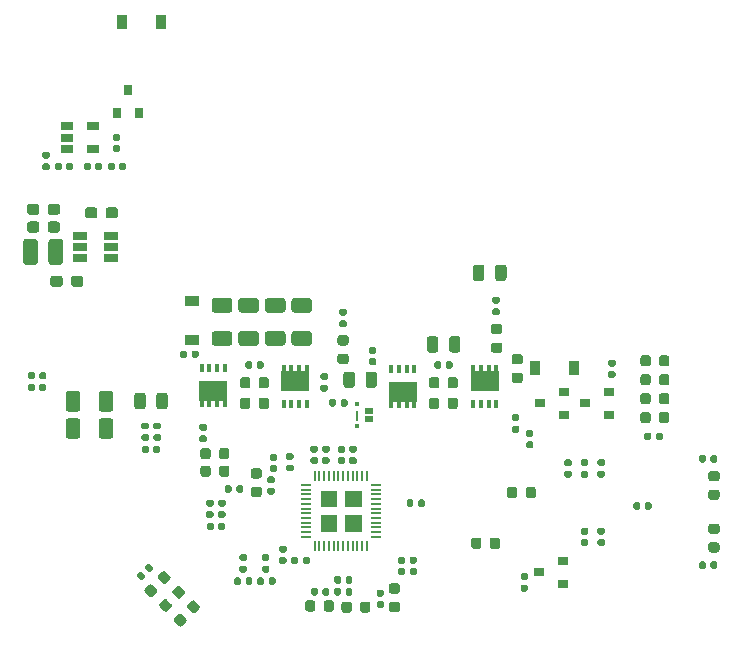
<source format=gbr>
%TF.GenerationSoftware,KiCad,Pcbnew,(5.1.6)-1*%
%TF.CreationDate,2020-09-22T17:38:13-04:00*%
%TF.ProjectId,wireless_charger,77697265-6c65-4737-935f-636861726765,rev?*%
%TF.SameCoordinates,Original*%
%TF.FileFunction,Paste,Top*%
%TF.FilePolarity,Positive*%
%FSLAX46Y46*%
G04 Gerber Fmt 4.6, Leading zero omitted, Abs format (unit mm)*
G04 Created by KiCad (PCBNEW (5.1.6)-1) date 2020-09-22 17:38:13*
%MOMM*%
%LPD*%
G01*
G04 APERTURE LIST*
%ADD10C,0.010000*%
%ADD11R,1.060000X0.650000*%
%ADD12R,0.800000X0.900000*%
%ADD13R,0.900000X1.200000*%
%ADD14R,2.375000X1.700000*%
%ADD15R,0.420000X0.700000*%
%ADD16R,0.420000X0.540000*%
%ADD17R,0.810000X0.220000*%
%ADD18R,0.220000X0.810000*%
%ADD19R,1.200000X0.900000*%
%ADD20R,0.900000X0.800000*%
%ADD21R,0.300000X0.350000*%
%ADD22R,0.235000X0.870000*%
%ADD23R,0.800000X0.600000*%
%ADD24R,1.220000X0.650000*%
G04 APERTURE END LIST*
D10*
%TO.C,Q4*%
G36*
X131450000Y-87200000D02*
G01*
X131450000Y-86100000D01*
X133250000Y-86100000D01*
X133250000Y-87200000D01*
X131450000Y-87200000D01*
G37*
X131450000Y-87200000D02*
X131450000Y-86100000D01*
X133250000Y-86100000D01*
X133250000Y-87200000D01*
X131450000Y-87200000D01*
%TO.C,Q3*%
G36*
X147500000Y-87200000D02*
G01*
X147500000Y-86100000D01*
X149300000Y-86100000D01*
X149300000Y-87200000D01*
X147500000Y-87200000D01*
G37*
X147500000Y-87200000D02*
X147500000Y-86100000D01*
X149300000Y-86100000D01*
X149300000Y-87200000D01*
X147500000Y-87200000D01*
%TO.C,Q2*%
G36*
X142350000Y-87000000D02*
G01*
X142350000Y-88100000D01*
X140550000Y-88100000D01*
X140550000Y-87000000D01*
X142350000Y-87000000D01*
G37*
X142350000Y-87000000D02*
X142350000Y-88100000D01*
X140550000Y-88100000D01*
X140550000Y-87000000D01*
X142350000Y-87000000D01*
%TO.C,Q1*%
G36*
X126300000Y-86950000D02*
G01*
X126300000Y-88050000D01*
X124500000Y-88050000D01*
X124500000Y-86950000D01*
X126300000Y-86950000D01*
G37*
X126300000Y-86950000D02*
X126300000Y-88050000D01*
X124500000Y-88050000D01*
X124500000Y-86950000D01*
X126300000Y-86950000D01*
%TO.C,U1*%
G36*
X134490000Y-99360000D02*
G01*
X134490000Y-98040000D01*
X135810000Y-98040000D01*
X135810000Y-99360000D01*
X134490000Y-99360000D01*
G37*
X134490000Y-99360000D02*
X134490000Y-98040000D01*
X135810000Y-98040000D01*
X135810000Y-99360000D01*
X134490000Y-99360000D01*
G36*
X134490000Y-97260000D02*
G01*
X134490000Y-95940000D01*
X135810000Y-95940000D01*
X135810000Y-97260000D01*
X134490000Y-97260000D01*
G37*
X134490000Y-97260000D02*
X134490000Y-95940000D01*
X135810000Y-95940000D01*
X135810000Y-97260000D01*
X134490000Y-97260000D01*
G36*
X136590000Y-99360000D02*
G01*
X136590000Y-98040000D01*
X137910000Y-98040000D01*
X137910000Y-99360000D01*
X136590000Y-99360000D01*
G37*
X136590000Y-99360000D02*
X136590000Y-98040000D01*
X137910000Y-98040000D01*
X137910000Y-99360000D01*
X136590000Y-99360000D01*
G36*
X136590000Y-97260000D02*
G01*
X136590000Y-95940000D01*
X137910000Y-95940000D01*
X137910000Y-97260000D01*
X136590000Y-97260000D01*
G37*
X136590000Y-97260000D02*
X136590000Y-95940000D01*
X137910000Y-95940000D01*
X137910000Y-97260000D01*
X136590000Y-97260000D01*
%TD*%
%TO.C,TH1*%
G36*
G01*
X149262500Y-77956250D02*
X149262500Y-77043750D01*
G75*
G02*
X149506250Y-76800000I243750J0D01*
G01*
X149993750Y-76800000D01*
G75*
G02*
X150237500Y-77043750I0J-243750D01*
G01*
X150237500Y-77956250D01*
G75*
G02*
X149993750Y-78200000I-243750J0D01*
G01*
X149506250Y-78200000D01*
G75*
G02*
X149262500Y-77956250I0J243750D01*
G01*
G37*
G36*
G01*
X147387500Y-77956250D02*
X147387500Y-77043750D01*
G75*
G02*
X147631250Y-76800000I243750J0D01*
G01*
X148118750Y-76800000D01*
G75*
G02*
X148362500Y-77043750I0J-243750D01*
G01*
X148362500Y-77956250D01*
G75*
G02*
X148118750Y-78200000I-243750J0D01*
G01*
X147631250Y-78200000D01*
G75*
G02*
X147387500Y-77956250I0J243750D01*
G01*
G37*
%TD*%
D11*
%TO.C,U3*%
X115200000Y-65100000D03*
X115200000Y-67000000D03*
X113000000Y-67000000D03*
X113000000Y-66050000D03*
X113000000Y-65100000D03*
%TD*%
%TO.C,R9*%
G36*
G01*
X117372500Y-66310000D02*
X117027500Y-66310000D01*
G75*
G02*
X116880000Y-66162500I0J147500D01*
G01*
X116880000Y-65867500D01*
G75*
G02*
X117027500Y-65720000I147500J0D01*
G01*
X117372500Y-65720000D01*
G75*
G02*
X117520000Y-65867500I0J-147500D01*
G01*
X117520000Y-66162500D01*
G75*
G02*
X117372500Y-66310000I-147500J0D01*
G01*
G37*
G36*
G01*
X117372500Y-67280000D02*
X117027500Y-67280000D01*
G75*
G02*
X116880000Y-67132500I0J147500D01*
G01*
X116880000Y-66837500D01*
G75*
G02*
X117027500Y-66690000I147500J0D01*
G01*
X117372500Y-66690000D01*
G75*
G02*
X117520000Y-66837500I0J-147500D01*
G01*
X117520000Y-67132500D01*
G75*
G02*
X117372500Y-67280000I-147500J0D01*
G01*
G37*
%TD*%
D12*
%TO.C,Q9*%
X118200000Y-62000000D03*
X119150000Y-64000000D03*
X117250000Y-64000000D03*
%TD*%
D13*
%TO.C,D3*%
X117700000Y-56250000D03*
X121000000Y-56250000D03*
%TD*%
%TO.C,R5*%
G36*
G01*
X111280000Y-86027500D02*
X111280000Y-86372500D01*
G75*
G02*
X111132500Y-86520000I-147500J0D01*
G01*
X110837500Y-86520000D01*
G75*
G02*
X110690000Y-86372500I0J147500D01*
G01*
X110690000Y-86027500D01*
G75*
G02*
X110837500Y-85880000I147500J0D01*
G01*
X111132500Y-85880000D01*
G75*
G02*
X111280000Y-86027500I0J-147500D01*
G01*
G37*
G36*
G01*
X110310000Y-86027500D02*
X110310000Y-86372500D01*
G75*
G02*
X110162500Y-86520000I-147500J0D01*
G01*
X109867500Y-86520000D01*
G75*
G02*
X109720000Y-86372500I0J147500D01*
G01*
X109720000Y-86027500D01*
G75*
G02*
X109867500Y-85880000I147500J0D01*
G01*
X110162500Y-85880000D01*
G75*
G02*
X110310000Y-86027500I0J-147500D01*
G01*
G37*
%TD*%
%TO.C,R2*%
G36*
G01*
X110310000Y-87027500D02*
X110310000Y-87372500D01*
G75*
G02*
X110162500Y-87520000I-147500J0D01*
G01*
X109867500Y-87520000D01*
G75*
G02*
X109720000Y-87372500I0J147500D01*
G01*
X109720000Y-87027500D01*
G75*
G02*
X109867500Y-86880000I147500J0D01*
G01*
X110162500Y-86880000D01*
G75*
G02*
X110310000Y-87027500I0J-147500D01*
G01*
G37*
G36*
G01*
X111280000Y-87027500D02*
X111280000Y-87372500D01*
G75*
G02*
X111132500Y-87520000I-147500J0D01*
G01*
X110837500Y-87520000D01*
G75*
G02*
X110690000Y-87372500I0J147500D01*
G01*
X110690000Y-87027500D01*
G75*
G02*
X110837500Y-86880000I147500J0D01*
G01*
X111132500Y-86880000D01*
G75*
G02*
X111280000Y-87027500I0J-147500D01*
G01*
G37*
%TD*%
D14*
%TO.C,Q4*%
X132350000Y-86650000D03*
D15*
X133325000Y-88600000D03*
X132675000Y-88600000D03*
X132025000Y-88600000D03*
X131375000Y-88600000D03*
D16*
X131375000Y-85520000D03*
X132025000Y-85520000D03*
X132675000Y-85520000D03*
X133325000Y-85520000D03*
%TD*%
D14*
%TO.C,Q3*%
X148400000Y-86650000D03*
D15*
X149375000Y-88600000D03*
X148725000Y-88600000D03*
X148075000Y-88600000D03*
X147425000Y-88600000D03*
D16*
X147425000Y-85520000D03*
X148075000Y-85520000D03*
X148725000Y-85520000D03*
X149375000Y-85520000D03*
%TD*%
D14*
%TO.C,Q2*%
X141450000Y-87550000D03*
D15*
X140475000Y-85600000D03*
X141125000Y-85600000D03*
X141775000Y-85600000D03*
X142425000Y-85600000D03*
D16*
X142425000Y-88680000D03*
X141775000Y-88680000D03*
X141125000Y-88680000D03*
X140475000Y-88680000D03*
%TD*%
D14*
%TO.C,Q1*%
X125400000Y-87500000D03*
D15*
X124425000Y-85550000D03*
X125075000Y-85550000D03*
X125725000Y-85550000D03*
X126375000Y-85550000D03*
D16*
X126375000Y-88630000D03*
X125725000Y-88630000D03*
X125075000Y-88630000D03*
X124425000Y-88630000D03*
%TD*%
%TO.C,C34*%
G36*
G01*
X136422500Y-92725000D02*
X136077500Y-92725000D01*
G75*
G02*
X135930000Y-92577500I0J147500D01*
G01*
X135930000Y-92282500D01*
G75*
G02*
X136077500Y-92135000I147500J0D01*
G01*
X136422500Y-92135000D01*
G75*
G02*
X136570000Y-92282500I0J-147500D01*
G01*
X136570000Y-92577500D01*
G75*
G02*
X136422500Y-92725000I-147500J0D01*
G01*
G37*
G36*
G01*
X136422500Y-93695000D02*
X136077500Y-93695000D01*
G75*
G02*
X135930000Y-93547500I0J147500D01*
G01*
X135930000Y-93252500D01*
G75*
G02*
X136077500Y-93105000I147500J0D01*
G01*
X136422500Y-93105000D01*
G75*
G02*
X136570000Y-93252500I0J-147500D01*
G01*
X136570000Y-93547500D01*
G75*
G02*
X136422500Y-93695000I-147500J0D01*
G01*
G37*
%TD*%
%TO.C,C6*%
G36*
G01*
X141522500Y-102110000D02*
X141177500Y-102110000D01*
G75*
G02*
X141030000Y-101962500I0J147500D01*
G01*
X141030000Y-101667500D01*
G75*
G02*
X141177500Y-101520000I147500J0D01*
G01*
X141522500Y-101520000D01*
G75*
G02*
X141670000Y-101667500I0J-147500D01*
G01*
X141670000Y-101962500D01*
G75*
G02*
X141522500Y-102110000I-147500J0D01*
G01*
G37*
G36*
G01*
X141522500Y-103080000D02*
X141177500Y-103080000D01*
G75*
G02*
X141030000Y-102932500I0J147500D01*
G01*
X141030000Y-102637500D01*
G75*
G02*
X141177500Y-102490000I147500J0D01*
G01*
X141522500Y-102490000D01*
G75*
G02*
X141670000Y-102637500I0J-147500D01*
G01*
X141670000Y-102932500D01*
G75*
G02*
X141522500Y-103080000I-147500J0D01*
G01*
G37*
%TD*%
%TO.C,C7*%
G36*
G01*
X128122500Y-102880000D02*
X127777500Y-102880000D01*
G75*
G02*
X127630000Y-102732500I0J147500D01*
G01*
X127630000Y-102437500D01*
G75*
G02*
X127777500Y-102290000I147500J0D01*
G01*
X128122500Y-102290000D01*
G75*
G02*
X128270000Y-102437500I0J-147500D01*
G01*
X128270000Y-102732500D01*
G75*
G02*
X128122500Y-102880000I-147500J0D01*
G01*
G37*
G36*
G01*
X128122500Y-101910000D02*
X127777500Y-101910000D01*
G75*
G02*
X127630000Y-101762500I0J147500D01*
G01*
X127630000Y-101467500D01*
G75*
G02*
X127777500Y-101320000I147500J0D01*
G01*
X128122500Y-101320000D01*
G75*
G02*
X128270000Y-101467500I0J-147500D01*
G01*
X128270000Y-101762500D01*
G75*
G02*
X128122500Y-101910000I-147500J0D01*
G01*
G37*
%TD*%
D17*
%TO.C,U1*%
X139150000Y-99850000D03*
X139150000Y-99450000D03*
X139150000Y-99050000D03*
X139150000Y-98650000D03*
X139150000Y-98250000D03*
X139150000Y-97850000D03*
X139150000Y-97450000D03*
X139150000Y-97050000D03*
X139150000Y-96650000D03*
X139150000Y-96250000D03*
X139150000Y-95850000D03*
X139150000Y-95450000D03*
X133250000Y-95450000D03*
X133250000Y-95850000D03*
X133250000Y-96250000D03*
X133250000Y-96650000D03*
X133250000Y-97050000D03*
X133250000Y-97450000D03*
X133250000Y-97850000D03*
X133250000Y-98250000D03*
X133250000Y-98650000D03*
X133250000Y-99050000D03*
X133250000Y-99450000D03*
X133250000Y-99850000D03*
D18*
X134000000Y-100600000D03*
X134400000Y-100600000D03*
X134800000Y-100600000D03*
X135200000Y-100600000D03*
X135600000Y-100600000D03*
X136000000Y-100600000D03*
X136400000Y-100600000D03*
X136800000Y-100600000D03*
X137200000Y-100600000D03*
X137600000Y-100600000D03*
X138000000Y-100600000D03*
X138400000Y-100600000D03*
X138400000Y-94700000D03*
X138000000Y-94700000D03*
X137600000Y-94700000D03*
X137200000Y-94700000D03*
X136800000Y-94700000D03*
X136400000Y-94700000D03*
X136000000Y-94700000D03*
X135600000Y-94700000D03*
X135200000Y-94700000D03*
X134800000Y-94700000D03*
X134400000Y-94700000D03*
X134000000Y-94700000D03*
%TD*%
%TO.C,C29*%
G36*
G01*
X127355000Y-95972500D02*
X127355000Y-95627500D01*
G75*
G02*
X127502500Y-95480000I147500J0D01*
G01*
X127797500Y-95480000D01*
G75*
G02*
X127945000Y-95627500I0J-147500D01*
G01*
X127945000Y-95972500D01*
G75*
G02*
X127797500Y-96120000I-147500J0D01*
G01*
X127502500Y-96120000D01*
G75*
G02*
X127355000Y-95972500I0J147500D01*
G01*
G37*
G36*
G01*
X126385000Y-95972500D02*
X126385000Y-95627500D01*
G75*
G02*
X126532500Y-95480000I147500J0D01*
G01*
X126827500Y-95480000D01*
G75*
G02*
X126975000Y-95627500I0J-147500D01*
G01*
X126975000Y-95972500D01*
G75*
G02*
X126827500Y-96120000I-147500J0D01*
G01*
X126532500Y-96120000D01*
G75*
G02*
X126385000Y-95972500I0J147500D01*
G01*
G37*
%TD*%
%TO.C,R33*%
G36*
G01*
X144462500Y-83093750D02*
X144462500Y-84006250D01*
G75*
G02*
X144218750Y-84250000I-243750J0D01*
G01*
X143731250Y-84250000D01*
G75*
G02*
X143487500Y-84006250I0J243750D01*
G01*
X143487500Y-83093750D01*
G75*
G02*
X143731250Y-82850000I243750J0D01*
G01*
X144218750Y-82850000D01*
G75*
G02*
X144462500Y-83093750I0J-243750D01*
G01*
G37*
G36*
G01*
X146337500Y-83093750D02*
X146337500Y-84006250D01*
G75*
G02*
X146093750Y-84250000I-243750J0D01*
G01*
X145606250Y-84250000D01*
G75*
G02*
X145362500Y-84006250I0J243750D01*
G01*
X145362500Y-83093750D01*
G75*
G02*
X145606250Y-82850000I243750J0D01*
G01*
X146093750Y-82850000D01*
G75*
G02*
X146337500Y-83093750I0J-243750D01*
G01*
G37*
%TD*%
%TO.C,C1*%
G36*
G01*
X145680000Y-85127500D02*
X145680000Y-85472500D01*
G75*
G02*
X145532500Y-85620000I-147500J0D01*
G01*
X145237500Y-85620000D01*
G75*
G02*
X145090000Y-85472500I0J147500D01*
G01*
X145090000Y-85127500D01*
G75*
G02*
X145237500Y-84980000I147500J0D01*
G01*
X145532500Y-84980000D01*
G75*
G02*
X145680000Y-85127500I0J-147500D01*
G01*
G37*
G36*
G01*
X144710000Y-85127500D02*
X144710000Y-85472500D01*
G75*
G02*
X144562500Y-85620000I-147500J0D01*
G01*
X144267500Y-85620000D01*
G75*
G02*
X144120000Y-85472500I0J147500D01*
G01*
X144120000Y-85127500D01*
G75*
G02*
X144267500Y-84980000I147500J0D01*
G01*
X144562500Y-84980000D01*
G75*
G02*
X144710000Y-85127500I0J-147500D01*
G01*
G37*
%TD*%
%TO.C,C2*%
G36*
G01*
X120065385Y-102125443D02*
X120309336Y-102369395D01*
G75*
G02*
X120309336Y-102577991I-104298J-104298D01*
G01*
X120100740Y-102786587D01*
G75*
G02*
X119892144Y-102786587I-104298J104298D01*
G01*
X119648192Y-102542635D01*
G75*
G02*
X119648192Y-102334039I104298J104298D01*
G01*
X119856788Y-102125443D01*
G75*
G02*
X120065384Y-102125443I104298J-104298D01*
G01*
G37*
G36*
G01*
X119379491Y-102811337D02*
X119623442Y-103055289D01*
G75*
G02*
X119623442Y-103263885I-104298J-104298D01*
G01*
X119414846Y-103472481D01*
G75*
G02*
X119206250Y-103472481I-104298J104298D01*
G01*
X118962298Y-103228529D01*
G75*
G02*
X118962298Y-103019933I104298J104298D01*
G01*
X119170894Y-102811337D01*
G75*
G02*
X119379490Y-102811337I104298J-104298D01*
G01*
G37*
%TD*%
%TO.C,C3*%
G36*
G01*
X128695000Y-85127500D02*
X128695000Y-85472500D01*
G75*
G02*
X128547500Y-85620000I-147500J0D01*
G01*
X128252500Y-85620000D01*
G75*
G02*
X128105000Y-85472500I0J147500D01*
G01*
X128105000Y-85127500D01*
G75*
G02*
X128252500Y-84980000I147500J0D01*
G01*
X128547500Y-84980000D01*
G75*
G02*
X128695000Y-85127500I0J-147500D01*
G01*
G37*
G36*
G01*
X129665000Y-85127500D02*
X129665000Y-85472500D01*
G75*
G02*
X129517500Y-85620000I-147500J0D01*
G01*
X129222500Y-85620000D01*
G75*
G02*
X129075000Y-85472500I0J147500D01*
G01*
X129075000Y-85127500D01*
G75*
G02*
X129222500Y-84980000I147500J0D01*
G01*
X129517500Y-84980000D01*
G75*
G02*
X129665000Y-85127500I0J-147500D01*
G01*
G37*
%TD*%
%TO.C,C4*%
G36*
G01*
X139377500Y-105290000D02*
X139722500Y-105290000D01*
G75*
G02*
X139870000Y-105437500I0J-147500D01*
G01*
X139870000Y-105732500D01*
G75*
G02*
X139722500Y-105880000I-147500J0D01*
G01*
X139377500Y-105880000D01*
G75*
G02*
X139230000Y-105732500I0J147500D01*
G01*
X139230000Y-105437500D01*
G75*
G02*
X139377500Y-105290000I147500J0D01*
G01*
G37*
G36*
G01*
X139377500Y-104320000D02*
X139722500Y-104320000D01*
G75*
G02*
X139870000Y-104467500I0J-147500D01*
G01*
X139870000Y-104762500D01*
G75*
G02*
X139722500Y-104910000I-147500J0D01*
G01*
X139377500Y-104910000D01*
G75*
G02*
X139230000Y-104762500I0J147500D01*
G01*
X139230000Y-104467500D01*
G75*
G02*
X139377500Y-104320000I147500J0D01*
G01*
G37*
%TD*%
%TO.C,C5*%
G36*
G01*
X140493750Y-103787500D02*
X141006250Y-103787500D01*
G75*
G02*
X141225000Y-104006250I0J-218750D01*
G01*
X141225000Y-104443750D01*
G75*
G02*
X141006250Y-104662500I-218750J0D01*
G01*
X140493750Y-104662500D01*
G75*
G02*
X140275000Y-104443750I0J218750D01*
G01*
X140275000Y-104006250D01*
G75*
G02*
X140493750Y-103787500I218750J0D01*
G01*
G37*
G36*
G01*
X140493750Y-105362500D02*
X141006250Y-105362500D01*
G75*
G02*
X141225000Y-105581250I0J-218750D01*
G01*
X141225000Y-106018750D01*
G75*
G02*
X141006250Y-106237500I-218750J0D01*
G01*
X140493750Y-106237500D01*
G75*
G02*
X140275000Y-106018750I0J218750D01*
G01*
X140275000Y-105581250D01*
G75*
G02*
X140493750Y-105362500I218750J0D01*
G01*
G37*
%TD*%
%TO.C,C8*%
G36*
G01*
X128730000Y-103427500D02*
X128730000Y-103772500D01*
G75*
G02*
X128582500Y-103920000I-147500J0D01*
G01*
X128287500Y-103920000D01*
G75*
G02*
X128140000Y-103772500I0J147500D01*
G01*
X128140000Y-103427500D01*
G75*
G02*
X128287500Y-103280000I147500J0D01*
G01*
X128582500Y-103280000D01*
G75*
G02*
X128730000Y-103427500I0J-147500D01*
G01*
G37*
G36*
G01*
X127760000Y-103427500D02*
X127760000Y-103772500D01*
G75*
G02*
X127612500Y-103920000I-147500J0D01*
G01*
X127317500Y-103920000D01*
G75*
G02*
X127170000Y-103772500I0J147500D01*
G01*
X127170000Y-103427500D01*
G75*
G02*
X127317500Y-103280000I147500J0D01*
G01*
X127612500Y-103280000D01*
G75*
G02*
X127760000Y-103427500I0J-147500D01*
G01*
G37*
%TD*%
%TO.C,C9*%
G36*
G01*
X130022500Y-102880000D02*
X129677500Y-102880000D01*
G75*
G02*
X129530000Y-102732500I0J147500D01*
G01*
X129530000Y-102437500D01*
G75*
G02*
X129677500Y-102290000I147500J0D01*
G01*
X130022500Y-102290000D01*
G75*
G02*
X130170000Y-102437500I0J-147500D01*
G01*
X130170000Y-102732500D01*
G75*
G02*
X130022500Y-102880000I-147500J0D01*
G01*
G37*
G36*
G01*
X130022500Y-101910000D02*
X129677500Y-101910000D01*
G75*
G02*
X129530000Y-101762500I0J147500D01*
G01*
X129530000Y-101467500D01*
G75*
G02*
X129677500Y-101320000I147500J0D01*
G01*
X130022500Y-101320000D01*
G75*
G02*
X130170000Y-101467500I0J-147500D01*
G01*
X130170000Y-101762500D01*
G75*
G02*
X130022500Y-101910000I-147500J0D01*
G01*
G37*
%TD*%
%TO.C,C10*%
G36*
G01*
X136143750Y-84350000D02*
X136656250Y-84350000D01*
G75*
G02*
X136875000Y-84568750I0J-218750D01*
G01*
X136875000Y-85006250D01*
G75*
G02*
X136656250Y-85225000I-218750J0D01*
G01*
X136143750Y-85225000D01*
G75*
G02*
X135925000Y-85006250I0J218750D01*
G01*
X135925000Y-84568750D01*
G75*
G02*
X136143750Y-84350000I218750J0D01*
G01*
G37*
G36*
G01*
X136143750Y-82775000D02*
X136656250Y-82775000D01*
G75*
G02*
X136875000Y-82993750I0J-218750D01*
G01*
X136875000Y-83431250D01*
G75*
G02*
X136656250Y-83650000I-218750J0D01*
G01*
X136143750Y-83650000D01*
G75*
G02*
X135925000Y-83431250I0J218750D01*
G01*
X135925000Y-82993750D01*
G75*
G02*
X136143750Y-82775000I218750J0D01*
G01*
G37*
%TD*%
%TO.C,C11*%
G36*
G01*
X149143750Y-83400000D02*
X149656250Y-83400000D01*
G75*
G02*
X149875000Y-83618750I0J-218750D01*
G01*
X149875000Y-84056250D01*
G75*
G02*
X149656250Y-84275000I-218750J0D01*
G01*
X149143750Y-84275000D01*
G75*
G02*
X148925000Y-84056250I0J218750D01*
G01*
X148925000Y-83618750D01*
G75*
G02*
X149143750Y-83400000I218750J0D01*
G01*
G37*
G36*
G01*
X149143750Y-81825000D02*
X149656250Y-81825000D01*
G75*
G02*
X149875000Y-82043750I0J-218750D01*
G01*
X149875000Y-82481250D01*
G75*
G02*
X149656250Y-82700000I-218750J0D01*
G01*
X149143750Y-82700000D01*
G75*
G02*
X148925000Y-82481250I0J218750D01*
G01*
X148925000Y-82043750D01*
G75*
G02*
X149143750Y-81825000I218750J0D01*
G01*
G37*
%TD*%
%TO.C,C12*%
G36*
G01*
X132595000Y-101677500D02*
X132595000Y-102022500D01*
G75*
G02*
X132447500Y-102170000I-147500J0D01*
G01*
X132152500Y-102170000D01*
G75*
G02*
X132005000Y-102022500I0J147500D01*
G01*
X132005000Y-101677500D01*
G75*
G02*
X132152500Y-101530000I147500J0D01*
G01*
X132447500Y-101530000D01*
G75*
G02*
X132595000Y-101677500I0J-147500D01*
G01*
G37*
G36*
G01*
X133565000Y-101677500D02*
X133565000Y-102022500D01*
G75*
G02*
X133417500Y-102170000I-147500J0D01*
G01*
X133122500Y-102170000D01*
G75*
G02*
X132975000Y-102022500I0J147500D01*
G01*
X132975000Y-101677500D01*
G75*
G02*
X133122500Y-101530000I147500J0D01*
G01*
X133417500Y-101530000D01*
G75*
G02*
X133565000Y-101677500I0J-147500D01*
G01*
G37*
%TD*%
%TO.C,C13*%
G36*
G01*
X142522500Y-103080000D02*
X142177500Y-103080000D01*
G75*
G02*
X142030000Y-102932500I0J147500D01*
G01*
X142030000Y-102637500D01*
G75*
G02*
X142177500Y-102490000I147500J0D01*
G01*
X142522500Y-102490000D01*
G75*
G02*
X142670000Y-102637500I0J-147500D01*
G01*
X142670000Y-102932500D01*
G75*
G02*
X142522500Y-103080000I-147500J0D01*
G01*
G37*
G36*
G01*
X142522500Y-102110000D02*
X142177500Y-102110000D01*
G75*
G02*
X142030000Y-101962500I0J147500D01*
G01*
X142030000Y-101667500D01*
G75*
G02*
X142177500Y-101520000I147500J0D01*
G01*
X142522500Y-101520000D01*
G75*
G02*
X142670000Y-101667500I0J-147500D01*
G01*
X142670000Y-101962500D01*
G75*
G02*
X142522500Y-102110000I-147500J0D01*
G01*
G37*
%TD*%
%TO.C,C14*%
G36*
G01*
X134062500Y-105443750D02*
X134062500Y-105956250D01*
G75*
G02*
X133843750Y-106175000I-218750J0D01*
G01*
X133406250Y-106175000D01*
G75*
G02*
X133187500Y-105956250I0J218750D01*
G01*
X133187500Y-105443750D01*
G75*
G02*
X133406250Y-105225000I218750J0D01*
G01*
X133843750Y-105225000D01*
G75*
G02*
X134062500Y-105443750I0J-218750D01*
G01*
G37*
G36*
G01*
X135637500Y-105443750D02*
X135637500Y-105956250D01*
G75*
G02*
X135418750Y-106175000I-218750J0D01*
G01*
X134981250Y-106175000D01*
G75*
G02*
X134762500Y-105956250I0J218750D01*
G01*
X134762500Y-105443750D01*
G75*
G02*
X134981250Y-105225000I218750J0D01*
G01*
X135418750Y-105225000D01*
G75*
G02*
X135637500Y-105443750I0J-218750D01*
G01*
G37*
%TD*%
%TO.C,C15*%
G36*
G01*
X135245000Y-104327500D02*
X135245000Y-104672500D01*
G75*
G02*
X135097500Y-104820000I-147500J0D01*
G01*
X134802500Y-104820000D01*
G75*
G02*
X134655000Y-104672500I0J147500D01*
G01*
X134655000Y-104327500D01*
G75*
G02*
X134802500Y-104180000I147500J0D01*
G01*
X135097500Y-104180000D01*
G75*
G02*
X135245000Y-104327500I0J-147500D01*
G01*
G37*
G36*
G01*
X134275000Y-104327500D02*
X134275000Y-104672500D01*
G75*
G02*
X134127500Y-104820000I-147500J0D01*
G01*
X133832500Y-104820000D01*
G75*
G02*
X133685000Y-104672500I0J147500D01*
G01*
X133685000Y-104327500D01*
G75*
G02*
X133832500Y-104180000I147500J0D01*
G01*
X134127500Y-104180000D01*
G75*
G02*
X134275000Y-104327500I0J-147500D01*
G01*
G37*
%TD*%
%TO.C,C16*%
G36*
G01*
X136605000Y-104672500D02*
X136605000Y-104327500D01*
G75*
G02*
X136752500Y-104180000I147500J0D01*
G01*
X137047500Y-104180000D01*
G75*
G02*
X137195000Y-104327500I0J-147500D01*
G01*
X137195000Y-104672500D01*
G75*
G02*
X137047500Y-104820000I-147500J0D01*
G01*
X136752500Y-104820000D01*
G75*
G02*
X136605000Y-104672500I0J147500D01*
G01*
G37*
G36*
G01*
X135635000Y-104672500D02*
X135635000Y-104327500D01*
G75*
G02*
X135782500Y-104180000I147500J0D01*
G01*
X136077500Y-104180000D01*
G75*
G02*
X136225000Y-104327500I0J-147500D01*
G01*
X136225000Y-104672500D01*
G75*
G02*
X136077500Y-104820000I-147500J0D01*
G01*
X135782500Y-104820000D01*
G75*
G02*
X135635000Y-104672500I0J147500D01*
G01*
G37*
%TD*%
%TO.C,C17*%
G36*
G01*
X125952500Y-97665000D02*
X126297500Y-97665000D01*
G75*
G02*
X126445000Y-97812500I0J-147500D01*
G01*
X126445000Y-98107500D01*
G75*
G02*
X126297500Y-98255000I-147500J0D01*
G01*
X125952500Y-98255000D01*
G75*
G02*
X125805000Y-98107500I0J147500D01*
G01*
X125805000Y-97812500D01*
G75*
G02*
X125952500Y-97665000I147500J0D01*
G01*
G37*
G36*
G01*
X125952500Y-96695000D02*
X126297500Y-96695000D01*
G75*
G02*
X126445000Y-96842500I0J-147500D01*
G01*
X126445000Y-97137500D01*
G75*
G02*
X126297500Y-97285000I-147500J0D01*
G01*
X125952500Y-97285000D01*
G75*
G02*
X125805000Y-97137500I0J147500D01*
G01*
X125805000Y-96842500D01*
G75*
G02*
X125952500Y-96695000I147500J0D01*
G01*
G37*
%TD*%
%TO.C,C18*%
G36*
G01*
X148112500Y-100143750D02*
X148112500Y-100656250D01*
G75*
G02*
X147893750Y-100875000I-218750J0D01*
G01*
X147456250Y-100875000D01*
G75*
G02*
X147237500Y-100656250I0J218750D01*
G01*
X147237500Y-100143750D01*
G75*
G02*
X147456250Y-99925000I218750J0D01*
G01*
X147893750Y-99925000D01*
G75*
G02*
X148112500Y-100143750I0J-218750D01*
G01*
G37*
G36*
G01*
X149687500Y-100143750D02*
X149687500Y-100656250D01*
G75*
G02*
X149468750Y-100875000I-218750J0D01*
G01*
X149031250Y-100875000D01*
G75*
G02*
X148812500Y-100656250I0J218750D01*
G01*
X148812500Y-100143750D01*
G75*
G02*
X149031250Y-99925000I218750J0D01*
G01*
X149468750Y-99925000D01*
G75*
G02*
X149687500Y-100143750I0J-218750D01*
G01*
G37*
%TD*%
%TO.C,C19*%
G36*
G01*
X125200000Y-94043750D02*
X125200000Y-94556250D01*
G75*
G02*
X124981250Y-94775000I-218750J0D01*
G01*
X124543750Y-94775000D01*
G75*
G02*
X124325000Y-94556250I0J218750D01*
G01*
X124325000Y-94043750D01*
G75*
G02*
X124543750Y-93825000I218750J0D01*
G01*
X124981250Y-93825000D01*
G75*
G02*
X125200000Y-94043750I0J-218750D01*
G01*
G37*
G36*
G01*
X126775000Y-94043750D02*
X126775000Y-94556250D01*
G75*
G02*
X126556250Y-94775000I-218750J0D01*
G01*
X126118750Y-94775000D01*
G75*
G02*
X125900000Y-94556250I0J218750D01*
G01*
X125900000Y-94043750D01*
G75*
G02*
X126118750Y-93825000I218750J0D01*
G01*
X126556250Y-93825000D01*
G75*
G02*
X126775000Y-94043750I0J-218750D01*
G01*
G37*
%TD*%
%TO.C,C20*%
G36*
G01*
X131275000Y-83675000D02*
X130025000Y-83675000D01*
G75*
G02*
X129775000Y-83425000I0J250000D01*
G01*
X129775000Y-82675000D01*
G75*
G02*
X130025000Y-82425000I250000J0D01*
G01*
X131275000Y-82425000D01*
G75*
G02*
X131525000Y-82675000I0J-250000D01*
G01*
X131525000Y-83425000D01*
G75*
G02*
X131275000Y-83675000I-250000J0D01*
G01*
G37*
G36*
G01*
X131275000Y-80875000D02*
X130025000Y-80875000D01*
G75*
G02*
X129775000Y-80625000I0J250000D01*
G01*
X129775000Y-79875000D01*
G75*
G02*
X130025000Y-79625000I250000J0D01*
G01*
X131275000Y-79625000D01*
G75*
G02*
X131525000Y-79875000I0J-250000D01*
G01*
X131525000Y-80625000D01*
G75*
G02*
X131275000Y-80875000I-250000J0D01*
G01*
G37*
%TD*%
%TO.C,C21*%
G36*
G01*
X135635000Y-103672500D02*
X135635000Y-103327500D01*
G75*
G02*
X135782500Y-103180000I147500J0D01*
G01*
X136077500Y-103180000D01*
G75*
G02*
X136225000Y-103327500I0J-147500D01*
G01*
X136225000Y-103672500D01*
G75*
G02*
X136077500Y-103820000I-147500J0D01*
G01*
X135782500Y-103820000D01*
G75*
G02*
X135635000Y-103672500I0J147500D01*
G01*
G37*
G36*
G01*
X136605000Y-103672500D02*
X136605000Y-103327500D01*
G75*
G02*
X136752500Y-103180000I147500J0D01*
G01*
X137047500Y-103180000D01*
G75*
G02*
X137195000Y-103327500I0J-147500D01*
G01*
X137195000Y-103672500D01*
G75*
G02*
X137047500Y-103820000I-147500J0D01*
G01*
X136752500Y-103820000D01*
G75*
G02*
X136605000Y-103672500I0J147500D01*
G01*
G37*
%TD*%
%TO.C,C22*%
G36*
G01*
X126405000Y-98802500D02*
X126405000Y-99147500D01*
G75*
G02*
X126257500Y-99295000I-147500J0D01*
G01*
X125962500Y-99295000D01*
G75*
G02*
X125815000Y-99147500I0J147500D01*
G01*
X125815000Y-98802500D01*
G75*
G02*
X125962500Y-98655000I147500J0D01*
G01*
X126257500Y-98655000D01*
G75*
G02*
X126405000Y-98802500I0J-147500D01*
G01*
G37*
G36*
G01*
X125435000Y-98802500D02*
X125435000Y-99147500D01*
G75*
G02*
X125287500Y-99295000I-147500J0D01*
G01*
X124992500Y-99295000D01*
G75*
G02*
X124845000Y-99147500I0J147500D01*
G01*
X124845000Y-98802500D01*
G75*
G02*
X124992500Y-98655000I147500J0D01*
G01*
X125287500Y-98655000D01*
G75*
G02*
X125435000Y-98802500I0J-147500D01*
G01*
G37*
%TD*%
%TO.C,C23*%
G36*
G01*
X126775000Y-80875000D02*
X125525000Y-80875000D01*
G75*
G02*
X125275000Y-80625000I0J250000D01*
G01*
X125275000Y-79875000D01*
G75*
G02*
X125525000Y-79625000I250000J0D01*
G01*
X126775000Y-79625000D01*
G75*
G02*
X127025000Y-79875000I0J-250000D01*
G01*
X127025000Y-80625000D01*
G75*
G02*
X126775000Y-80875000I-250000J0D01*
G01*
G37*
G36*
G01*
X126775000Y-83675000D02*
X125525000Y-83675000D01*
G75*
G02*
X125275000Y-83425000I0J250000D01*
G01*
X125275000Y-82675000D01*
G75*
G02*
X125525000Y-82425000I250000J0D01*
G01*
X126775000Y-82425000D01*
G75*
G02*
X127025000Y-82675000I0J-250000D01*
G01*
X127025000Y-83425000D01*
G75*
G02*
X126775000Y-83675000I-250000J0D01*
G01*
G37*
%TD*%
%TO.C,C24*%
G36*
G01*
X133525000Y-83675000D02*
X132275000Y-83675000D01*
G75*
G02*
X132025000Y-83425000I0J250000D01*
G01*
X132025000Y-82675000D01*
G75*
G02*
X132275000Y-82425000I250000J0D01*
G01*
X133525000Y-82425000D01*
G75*
G02*
X133775000Y-82675000I0J-250000D01*
G01*
X133775000Y-83425000D01*
G75*
G02*
X133525000Y-83675000I-250000J0D01*
G01*
G37*
G36*
G01*
X133525000Y-80875000D02*
X132275000Y-80875000D01*
G75*
G02*
X132025000Y-80625000I0J250000D01*
G01*
X132025000Y-79875000D01*
G75*
G02*
X132275000Y-79625000I250000J0D01*
G01*
X133525000Y-79625000D01*
G75*
G02*
X133775000Y-79875000I0J-250000D01*
G01*
X133775000Y-80625000D01*
G75*
G02*
X133525000Y-80875000I-250000J0D01*
G01*
G37*
%TD*%
%TO.C,C25*%
G36*
G01*
X129025000Y-80875000D02*
X127775000Y-80875000D01*
G75*
G02*
X127525000Y-80625000I0J250000D01*
G01*
X127525000Y-79875000D01*
G75*
G02*
X127775000Y-79625000I250000J0D01*
G01*
X129025000Y-79625000D01*
G75*
G02*
X129275000Y-79875000I0J-250000D01*
G01*
X129275000Y-80625000D01*
G75*
G02*
X129025000Y-80875000I-250000J0D01*
G01*
G37*
G36*
G01*
X129025000Y-83675000D02*
X127775000Y-83675000D01*
G75*
G02*
X127525000Y-83425000I0J250000D01*
G01*
X127525000Y-82675000D01*
G75*
G02*
X127775000Y-82425000I250000J0D01*
G01*
X129025000Y-82425000D01*
G75*
G02*
X129275000Y-82675000I0J-250000D01*
G01*
X129275000Y-83425000D01*
G75*
G02*
X129025000Y-83675000I-250000J0D01*
G01*
G37*
%TD*%
%TO.C,C26*%
G36*
G01*
X142360000Y-96827500D02*
X142360000Y-97172500D01*
G75*
G02*
X142212500Y-97320000I-147500J0D01*
G01*
X141917500Y-97320000D01*
G75*
G02*
X141770000Y-97172500I0J147500D01*
G01*
X141770000Y-96827500D01*
G75*
G02*
X141917500Y-96680000I147500J0D01*
G01*
X142212500Y-96680000D01*
G75*
G02*
X142360000Y-96827500I0J-147500D01*
G01*
G37*
G36*
G01*
X143330000Y-96827500D02*
X143330000Y-97172500D01*
G75*
G02*
X143182500Y-97320000I-147500J0D01*
G01*
X142887500Y-97320000D01*
G75*
G02*
X142740000Y-97172500I0J147500D01*
G01*
X142740000Y-96827500D01*
G75*
G02*
X142887500Y-96680000I147500J0D01*
G01*
X143182500Y-96680000D01*
G75*
G02*
X143330000Y-96827500I0J-147500D01*
G01*
G37*
%TD*%
%TO.C,C27*%
G36*
G01*
X119370000Y-92622500D02*
X119370000Y-92277500D01*
G75*
G02*
X119517500Y-92130000I147500J0D01*
G01*
X119812500Y-92130000D01*
G75*
G02*
X119960000Y-92277500I0J-147500D01*
G01*
X119960000Y-92622500D01*
G75*
G02*
X119812500Y-92770000I-147500J0D01*
G01*
X119517500Y-92770000D01*
G75*
G02*
X119370000Y-92622500I0J147500D01*
G01*
G37*
G36*
G01*
X120340000Y-92622500D02*
X120340000Y-92277500D01*
G75*
G02*
X120487500Y-92130000I147500J0D01*
G01*
X120782500Y-92130000D01*
G75*
G02*
X120930000Y-92277500I0J-147500D01*
G01*
X120930000Y-92622500D01*
G75*
G02*
X120782500Y-92770000I-147500J0D01*
G01*
X120487500Y-92770000D01*
G75*
G02*
X120340000Y-92622500I0J147500D01*
G01*
G37*
%TD*%
%TO.C,C28*%
G36*
G01*
X115705000Y-88995000D02*
X115705000Y-87745000D01*
G75*
G02*
X115955000Y-87495000I250000J0D01*
G01*
X116705000Y-87495000D01*
G75*
G02*
X116955000Y-87745000I0J-250000D01*
G01*
X116955000Y-88995000D01*
G75*
G02*
X116705000Y-89245000I-250000J0D01*
G01*
X115955000Y-89245000D01*
G75*
G02*
X115705000Y-88995000I0J250000D01*
G01*
G37*
G36*
G01*
X112905000Y-88995000D02*
X112905000Y-87745000D01*
G75*
G02*
X113155000Y-87495000I250000J0D01*
G01*
X113905000Y-87495000D01*
G75*
G02*
X114155000Y-87745000I0J-250000D01*
G01*
X114155000Y-88995000D01*
G75*
G02*
X113905000Y-89245000I-250000J0D01*
G01*
X113155000Y-89245000D01*
G75*
G02*
X112905000Y-88995000I0J250000D01*
G01*
G37*
%TD*%
%TO.C,C30*%
G36*
G01*
X130127500Y-95690000D02*
X130472500Y-95690000D01*
G75*
G02*
X130620000Y-95837500I0J-147500D01*
G01*
X130620000Y-96132500D01*
G75*
G02*
X130472500Y-96280000I-147500J0D01*
G01*
X130127500Y-96280000D01*
G75*
G02*
X129980000Y-96132500I0J147500D01*
G01*
X129980000Y-95837500D01*
G75*
G02*
X130127500Y-95690000I147500J0D01*
G01*
G37*
G36*
G01*
X130127500Y-94720000D02*
X130472500Y-94720000D01*
G75*
G02*
X130620000Y-94867500I0J-147500D01*
G01*
X130620000Y-95162500D01*
G75*
G02*
X130472500Y-95310000I-147500J0D01*
G01*
X130127500Y-95310000D01*
G75*
G02*
X129980000Y-95162500I0J147500D01*
G01*
X129980000Y-94867500D01*
G75*
G02*
X130127500Y-94720000I147500J0D01*
G01*
G37*
%TD*%
%TO.C,C31*%
G36*
G01*
X128793750Y-95612500D02*
X129306250Y-95612500D01*
G75*
G02*
X129525000Y-95831250I0J-218750D01*
G01*
X129525000Y-96268750D01*
G75*
G02*
X129306250Y-96487500I-218750J0D01*
G01*
X128793750Y-96487500D01*
G75*
G02*
X128575000Y-96268750I0J218750D01*
G01*
X128575000Y-95831250D01*
G75*
G02*
X128793750Y-95612500I218750J0D01*
G01*
G37*
G36*
G01*
X128793750Y-94037500D02*
X129306250Y-94037500D01*
G75*
G02*
X129525000Y-94256250I0J-218750D01*
G01*
X129525000Y-94693750D01*
G75*
G02*
X129306250Y-94912500I-218750J0D01*
G01*
X128793750Y-94912500D01*
G75*
G02*
X128575000Y-94693750I0J218750D01*
G01*
X128575000Y-94256250D01*
G75*
G02*
X128793750Y-94037500I218750J0D01*
G01*
G37*
%TD*%
%TO.C,C32*%
G36*
G01*
X112905000Y-91295000D02*
X112905000Y-90045000D01*
G75*
G02*
X113155000Y-89795000I250000J0D01*
G01*
X113905000Y-89795000D01*
G75*
G02*
X114155000Y-90045000I0J-250000D01*
G01*
X114155000Y-91295000D01*
G75*
G02*
X113905000Y-91545000I-250000J0D01*
G01*
X113155000Y-91545000D01*
G75*
G02*
X112905000Y-91295000I0J250000D01*
G01*
G37*
G36*
G01*
X115705000Y-91295000D02*
X115705000Y-90045000D01*
G75*
G02*
X115955000Y-89795000I250000J0D01*
G01*
X116705000Y-89795000D01*
G75*
G02*
X116955000Y-90045000I0J-250000D01*
G01*
X116955000Y-91295000D01*
G75*
G02*
X116705000Y-91545000I-250000J0D01*
G01*
X115955000Y-91545000D01*
G75*
G02*
X115705000Y-91295000I0J250000D01*
G01*
G37*
%TD*%
%TO.C,C33*%
G36*
G01*
X132072500Y-93345000D02*
X131727500Y-93345000D01*
G75*
G02*
X131580000Y-93197500I0J147500D01*
G01*
X131580000Y-92902500D01*
G75*
G02*
X131727500Y-92755000I147500J0D01*
G01*
X132072500Y-92755000D01*
G75*
G02*
X132220000Y-92902500I0J-147500D01*
G01*
X132220000Y-93197500D01*
G75*
G02*
X132072500Y-93345000I-147500J0D01*
G01*
G37*
G36*
G01*
X132072500Y-94315000D02*
X131727500Y-94315000D01*
G75*
G02*
X131580000Y-94167500I0J147500D01*
G01*
X131580000Y-93872500D01*
G75*
G02*
X131727500Y-93725000I147500J0D01*
G01*
X132072500Y-93725000D01*
G75*
G02*
X132220000Y-93872500I0J-147500D01*
G01*
X132220000Y-94167500D01*
G75*
G02*
X132072500Y-94315000I-147500J0D01*
G01*
G37*
%TD*%
%TO.C,C35*%
G36*
G01*
X151406250Y-86825000D02*
X150893750Y-86825000D01*
G75*
G02*
X150675000Y-86606250I0J218750D01*
G01*
X150675000Y-86168750D01*
G75*
G02*
X150893750Y-85950000I218750J0D01*
G01*
X151406250Y-85950000D01*
G75*
G02*
X151625000Y-86168750I0J-218750D01*
G01*
X151625000Y-86606250D01*
G75*
G02*
X151406250Y-86825000I-218750J0D01*
G01*
G37*
G36*
G01*
X151406250Y-85250000D02*
X150893750Y-85250000D01*
G75*
G02*
X150675000Y-85031250I0J218750D01*
G01*
X150675000Y-84593750D01*
G75*
G02*
X150893750Y-84375000I218750J0D01*
G01*
X151406250Y-84375000D01*
G75*
G02*
X151625000Y-84593750I0J-218750D01*
G01*
X151625000Y-85031250D01*
G75*
G02*
X151406250Y-85250000I-218750J0D01*
G01*
G37*
%TD*%
%TO.C,C37*%
G36*
G01*
X144550000Y-88293750D02*
X144550000Y-88806250D01*
G75*
G02*
X144331250Y-89025000I-218750J0D01*
G01*
X143893750Y-89025000D01*
G75*
G02*
X143675000Y-88806250I0J218750D01*
G01*
X143675000Y-88293750D01*
G75*
G02*
X143893750Y-88075000I218750J0D01*
G01*
X144331250Y-88075000D01*
G75*
G02*
X144550000Y-88293750I0J-218750D01*
G01*
G37*
G36*
G01*
X146125000Y-88293750D02*
X146125000Y-88806250D01*
G75*
G02*
X145906250Y-89025000I-218750J0D01*
G01*
X145468750Y-89025000D01*
G75*
G02*
X145250000Y-88806250I0J218750D01*
G01*
X145250000Y-88293750D01*
G75*
G02*
X145468750Y-88075000I218750J0D01*
G01*
X145906250Y-88075000D01*
G75*
G02*
X146125000Y-88293750I0J-218750D01*
G01*
G37*
%TD*%
%TO.C,C38*%
G36*
G01*
X130125000Y-88293750D02*
X130125000Y-88806250D01*
G75*
G02*
X129906250Y-89025000I-218750J0D01*
G01*
X129468750Y-89025000D01*
G75*
G02*
X129250000Y-88806250I0J218750D01*
G01*
X129250000Y-88293750D01*
G75*
G02*
X129468750Y-88075000I218750J0D01*
G01*
X129906250Y-88075000D01*
G75*
G02*
X130125000Y-88293750I0J-218750D01*
G01*
G37*
G36*
G01*
X128550000Y-88293750D02*
X128550000Y-88806250D01*
G75*
G02*
X128331250Y-89025000I-218750J0D01*
G01*
X127893750Y-89025000D01*
G75*
G02*
X127675000Y-88806250I0J218750D01*
G01*
X127675000Y-88293750D01*
G75*
G02*
X127893750Y-88075000I218750J0D01*
G01*
X128331250Y-88075000D01*
G75*
G02*
X128550000Y-88293750I0J-218750D01*
G01*
G37*
%TD*%
%TO.C,C39*%
G36*
G01*
X164025000Y-89493750D02*
X164025000Y-90006250D01*
G75*
G02*
X163806250Y-90225000I-218750J0D01*
G01*
X163368750Y-90225000D01*
G75*
G02*
X163150000Y-90006250I0J218750D01*
G01*
X163150000Y-89493750D01*
G75*
G02*
X163368750Y-89275000I218750J0D01*
G01*
X163806250Y-89275000D01*
G75*
G02*
X164025000Y-89493750I0J-218750D01*
G01*
G37*
G36*
G01*
X162450000Y-89493750D02*
X162450000Y-90006250D01*
G75*
G02*
X162231250Y-90225000I-218750J0D01*
G01*
X161793750Y-90225000D01*
G75*
G02*
X161575000Y-90006250I0J218750D01*
G01*
X161575000Y-89493750D01*
G75*
G02*
X161793750Y-89275000I218750J0D01*
G01*
X162231250Y-89275000D01*
G75*
G02*
X162450000Y-89493750I0J-218750D01*
G01*
G37*
%TD*%
%TO.C,C40*%
G36*
G01*
X146125000Y-86543750D02*
X146125000Y-87056250D01*
G75*
G02*
X145906250Y-87275000I-218750J0D01*
G01*
X145468750Y-87275000D01*
G75*
G02*
X145250000Y-87056250I0J218750D01*
G01*
X145250000Y-86543750D01*
G75*
G02*
X145468750Y-86325000I218750J0D01*
G01*
X145906250Y-86325000D01*
G75*
G02*
X146125000Y-86543750I0J-218750D01*
G01*
G37*
G36*
G01*
X144550000Y-86543750D02*
X144550000Y-87056250D01*
G75*
G02*
X144331250Y-87275000I-218750J0D01*
G01*
X143893750Y-87275000D01*
G75*
G02*
X143675000Y-87056250I0J218750D01*
G01*
X143675000Y-86543750D01*
G75*
G02*
X143893750Y-86325000I218750J0D01*
G01*
X144331250Y-86325000D01*
G75*
G02*
X144550000Y-86543750I0J-218750D01*
G01*
G37*
%TD*%
%TO.C,C41*%
G36*
G01*
X128550000Y-86543750D02*
X128550000Y-87056250D01*
G75*
G02*
X128331250Y-87275000I-218750J0D01*
G01*
X127893750Y-87275000D01*
G75*
G02*
X127675000Y-87056250I0J218750D01*
G01*
X127675000Y-86543750D01*
G75*
G02*
X127893750Y-86325000I218750J0D01*
G01*
X128331250Y-86325000D01*
G75*
G02*
X128550000Y-86543750I0J-218750D01*
G01*
G37*
G36*
G01*
X130125000Y-86543750D02*
X130125000Y-87056250D01*
G75*
G02*
X129906250Y-87275000I-218750J0D01*
G01*
X129468750Y-87275000D01*
G75*
G02*
X129250000Y-87056250I0J218750D01*
G01*
X129250000Y-86543750D01*
G75*
G02*
X129468750Y-86325000I218750J0D01*
G01*
X129906250Y-86325000D01*
G75*
G02*
X130125000Y-86543750I0J-218750D01*
G01*
G37*
%TD*%
%TO.C,C42*%
G36*
G01*
X123856361Y-105287094D02*
X124218754Y-105649486D01*
G75*
G02*
X124218754Y-105958846I-154680J-154680D01*
G01*
X123909395Y-106268205D01*
G75*
G02*
X123600035Y-106268205I-154680J154680D01*
G01*
X123237642Y-105905812D01*
G75*
G02*
X123237642Y-105596452I154680J154680D01*
G01*
X123547001Y-105287093D01*
G75*
G02*
X123856361Y-105287093I154680J-154680D01*
G01*
G37*
G36*
G01*
X122742667Y-106400788D02*
X123105060Y-106763180D01*
G75*
G02*
X123105060Y-107072540I-154680J-154680D01*
G01*
X122795701Y-107381899D01*
G75*
G02*
X122486341Y-107381899I-154680J154680D01*
G01*
X122123948Y-107019506D01*
G75*
G02*
X122123948Y-106710146I154680J154680D01*
G01*
X122433307Y-106400787D01*
G75*
G02*
X122742667Y-106400787I154680J-154680D01*
G01*
G37*
%TD*%
%TO.C,C43*%
G36*
G01*
X121381487Y-102812220D02*
X121743880Y-103174612D01*
G75*
G02*
X121743880Y-103483972I-154680J-154680D01*
G01*
X121434521Y-103793331D01*
G75*
G02*
X121125161Y-103793331I-154680J154680D01*
G01*
X120762768Y-103430938D01*
G75*
G02*
X120762768Y-103121578I154680J154680D01*
G01*
X121072127Y-102812219D01*
G75*
G02*
X121381487Y-102812219I154680J-154680D01*
G01*
G37*
G36*
G01*
X120267793Y-103925914D02*
X120630186Y-104288306D01*
G75*
G02*
X120630186Y-104597666I-154680J-154680D01*
G01*
X120320827Y-104907025D01*
G75*
G02*
X120011467Y-104907025I-154680J154680D01*
G01*
X119649074Y-104544632D01*
G75*
G02*
X119649074Y-104235272I154680J154680D01*
G01*
X119958433Y-103925913D01*
G75*
G02*
X120267793Y-103925913I154680J-154680D01*
G01*
G37*
%TD*%
%TO.C,C44*%
G36*
G01*
X122618924Y-104049657D02*
X122981317Y-104412049D01*
G75*
G02*
X122981317Y-104721409I-154680J-154680D01*
G01*
X122671958Y-105030768D01*
G75*
G02*
X122362598Y-105030768I-154680J154680D01*
G01*
X122000205Y-104668375D01*
G75*
G02*
X122000205Y-104359015I154680J154680D01*
G01*
X122309564Y-104049656D01*
G75*
G02*
X122618924Y-104049656I154680J-154680D01*
G01*
G37*
G36*
G01*
X121505230Y-105163351D02*
X121867623Y-105525743D01*
G75*
G02*
X121867623Y-105835103I-154680J-154680D01*
G01*
X121558264Y-106144462D01*
G75*
G02*
X121248904Y-106144462I-154680J154680D01*
G01*
X120886511Y-105782069D01*
G75*
G02*
X120886511Y-105472709I154680J154680D01*
G01*
X121195870Y-105163350D01*
G75*
G02*
X121505230Y-105163350I154680J-154680D01*
G01*
G37*
%TD*%
D19*
%TO.C,D1*%
X123650000Y-83200000D03*
X123650000Y-79900000D03*
%TD*%
D13*
%TO.C,D2*%
X152650000Y-85550000D03*
X155950000Y-85550000D03*
%TD*%
%TO.C,L1*%
G36*
G01*
X138712500Y-105543750D02*
X138712500Y-106056250D01*
G75*
G02*
X138493750Y-106275000I-218750J0D01*
G01*
X138056250Y-106275000D01*
G75*
G02*
X137837500Y-106056250I0J218750D01*
G01*
X137837500Y-105543750D01*
G75*
G02*
X138056250Y-105325000I218750J0D01*
G01*
X138493750Y-105325000D01*
G75*
G02*
X138712500Y-105543750I0J-218750D01*
G01*
G37*
G36*
G01*
X137137500Y-105543750D02*
X137137500Y-106056250D01*
G75*
G02*
X136918750Y-106275000I-218750J0D01*
G01*
X136481250Y-106275000D01*
G75*
G02*
X136262500Y-106056250I0J218750D01*
G01*
X136262500Y-105543750D01*
G75*
G02*
X136481250Y-105325000I218750J0D01*
G01*
X136918750Y-105325000D01*
G75*
G02*
X137137500Y-105543750I0J-218750D01*
G01*
G37*
%TD*%
%TO.C,FLT_LED1*%
G36*
G01*
X168056250Y-101187500D02*
X167543750Y-101187500D01*
G75*
G02*
X167325000Y-100968750I0J218750D01*
G01*
X167325000Y-100531250D01*
G75*
G02*
X167543750Y-100312500I218750J0D01*
G01*
X168056250Y-100312500D01*
G75*
G02*
X168275000Y-100531250I0J-218750D01*
G01*
X168275000Y-100968750D01*
G75*
G02*
X168056250Y-101187500I-218750J0D01*
G01*
G37*
G36*
G01*
X168056250Y-99612500D02*
X167543750Y-99612500D01*
G75*
G02*
X167325000Y-99393750I0J218750D01*
G01*
X167325000Y-98956250D01*
G75*
G02*
X167543750Y-98737500I218750J0D01*
G01*
X168056250Y-98737500D01*
G75*
G02*
X168275000Y-98956250I0J-218750D01*
G01*
X168275000Y-99393750D01*
G75*
G02*
X168056250Y-99612500I-218750J0D01*
G01*
G37*
%TD*%
%TO.C,CHG_LED1*%
G36*
G01*
X167543750Y-95850000D02*
X168056250Y-95850000D01*
G75*
G02*
X168275000Y-96068750I0J-218750D01*
G01*
X168275000Y-96506250D01*
G75*
G02*
X168056250Y-96725000I-218750J0D01*
G01*
X167543750Y-96725000D01*
G75*
G02*
X167325000Y-96506250I0J218750D01*
G01*
X167325000Y-96068750D01*
G75*
G02*
X167543750Y-95850000I218750J0D01*
G01*
G37*
G36*
G01*
X167543750Y-94275000D02*
X168056250Y-94275000D01*
G75*
G02*
X168275000Y-94493750I0J-218750D01*
G01*
X168275000Y-94931250D01*
G75*
G02*
X168056250Y-95150000I-218750J0D01*
G01*
X167543750Y-95150000D01*
G75*
G02*
X167325000Y-94931250I0J218750D01*
G01*
X167325000Y-94493750D01*
G75*
G02*
X167543750Y-94275000I218750J0D01*
G01*
G37*
%TD*%
D20*
%TO.C,Q5*%
X155100000Y-89500000D03*
X155100000Y-87600000D03*
X153100000Y-88550000D03*
%TD*%
D21*
%TO.C,Q6*%
X137600000Y-88625000D03*
X137600000Y-90475000D03*
D22*
X137600000Y-89590000D03*
D23*
X138575000Y-89200000D03*
X138575000Y-89900000D03*
%TD*%
D20*
%TO.C,Q7*%
X156900000Y-88550000D03*
X158900000Y-87600000D03*
X158900000Y-89500000D03*
%TD*%
%TO.C,Q8*%
X155000000Y-103800000D03*
X155000000Y-101900000D03*
X153000000Y-102850000D03*
%TD*%
%TO.C,R1*%
G36*
G01*
X159322500Y-85445000D02*
X158977500Y-85445000D01*
G75*
G02*
X158830000Y-85297500I0J147500D01*
G01*
X158830000Y-85002500D01*
G75*
G02*
X158977500Y-84855000I147500J0D01*
G01*
X159322500Y-84855000D01*
G75*
G02*
X159470000Y-85002500I0J-147500D01*
G01*
X159470000Y-85297500D01*
G75*
G02*
X159322500Y-85445000I-147500J0D01*
G01*
G37*
G36*
G01*
X159322500Y-86415000D02*
X158977500Y-86415000D01*
G75*
G02*
X158830000Y-86267500I0J147500D01*
G01*
X158830000Y-85972500D01*
G75*
G02*
X158977500Y-85825000I147500J0D01*
G01*
X159322500Y-85825000D01*
G75*
G02*
X159470000Y-85972500I0J-147500D01*
G01*
X159470000Y-86267500D01*
G75*
G02*
X159322500Y-86415000I-147500J0D01*
G01*
G37*
%TD*%
%TO.C,R3*%
G36*
G01*
X166535000Y-102422500D02*
X166535000Y-102077500D01*
G75*
G02*
X166682500Y-101930000I147500J0D01*
G01*
X166977500Y-101930000D01*
G75*
G02*
X167125000Y-102077500I0J-147500D01*
G01*
X167125000Y-102422500D01*
G75*
G02*
X166977500Y-102570000I-147500J0D01*
G01*
X166682500Y-102570000D01*
G75*
G02*
X166535000Y-102422500I0J147500D01*
G01*
G37*
G36*
G01*
X167505000Y-102422500D02*
X167505000Y-102077500D01*
G75*
G02*
X167652500Y-101930000I147500J0D01*
G01*
X167947500Y-101930000D01*
G75*
G02*
X168095000Y-102077500I0J-147500D01*
G01*
X168095000Y-102422500D01*
G75*
G02*
X167947500Y-102570000I-147500J0D01*
G01*
X167652500Y-102570000D01*
G75*
G02*
X167505000Y-102422500I0J147500D01*
G01*
G37*
%TD*%
%TO.C,R4*%
G36*
G01*
X167505000Y-93422500D02*
X167505000Y-93077500D01*
G75*
G02*
X167652500Y-92930000I147500J0D01*
G01*
X167947500Y-92930000D01*
G75*
G02*
X168095000Y-93077500I0J-147500D01*
G01*
X168095000Y-93422500D01*
G75*
G02*
X167947500Y-93570000I-147500J0D01*
G01*
X167652500Y-93570000D01*
G75*
G02*
X167505000Y-93422500I0J147500D01*
G01*
G37*
G36*
G01*
X166535000Y-93422500D02*
X166535000Y-93077500D01*
G75*
G02*
X166682500Y-92930000I147500J0D01*
G01*
X166977500Y-92930000D01*
G75*
G02*
X167125000Y-93077500I0J-147500D01*
G01*
X167125000Y-93422500D01*
G75*
G02*
X166977500Y-93570000I-147500J0D01*
G01*
X166682500Y-93570000D01*
G75*
G02*
X166535000Y-93422500I0J147500D01*
G01*
G37*
%TD*%
%TO.C,R6*%
G36*
G01*
X129120000Y-103772500D02*
X129120000Y-103427500D01*
G75*
G02*
X129267500Y-103280000I147500J0D01*
G01*
X129562500Y-103280000D01*
G75*
G02*
X129710000Y-103427500I0J-147500D01*
G01*
X129710000Y-103772500D01*
G75*
G02*
X129562500Y-103920000I-147500J0D01*
G01*
X129267500Y-103920000D01*
G75*
G02*
X129120000Y-103772500I0J147500D01*
G01*
G37*
G36*
G01*
X130090000Y-103772500D02*
X130090000Y-103427500D01*
G75*
G02*
X130237500Y-103280000I147500J0D01*
G01*
X130532500Y-103280000D01*
G75*
G02*
X130680000Y-103427500I0J-147500D01*
G01*
X130680000Y-103772500D01*
G75*
G02*
X130532500Y-103920000I-147500J0D01*
G01*
X130237500Y-103920000D01*
G75*
G02*
X130090000Y-103772500I0J147500D01*
G01*
G37*
%TD*%
%TO.C,R7*%
G36*
G01*
X131127500Y-100585000D02*
X131472500Y-100585000D01*
G75*
G02*
X131620000Y-100732500I0J-147500D01*
G01*
X131620000Y-101027500D01*
G75*
G02*
X131472500Y-101175000I-147500J0D01*
G01*
X131127500Y-101175000D01*
G75*
G02*
X130980000Y-101027500I0J147500D01*
G01*
X130980000Y-100732500D01*
G75*
G02*
X131127500Y-100585000I147500J0D01*
G01*
G37*
G36*
G01*
X131127500Y-101555000D02*
X131472500Y-101555000D01*
G75*
G02*
X131620000Y-101702500I0J-147500D01*
G01*
X131620000Y-101997500D01*
G75*
G02*
X131472500Y-102145000I-147500J0D01*
G01*
X131127500Y-102145000D01*
G75*
G02*
X130980000Y-101997500I0J147500D01*
G01*
X130980000Y-101702500D01*
G75*
G02*
X131127500Y-101555000I147500J0D01*
G01*
G37*
%TD*%
%TO.C,R8*%
G36*
G01*
X162530000Y-97077500D02*
X162530000Y-97422500D01*
G75*
G02*
X162382500Y-97570000I-147500J0D01*
G01*
X162087500Y-97570000D01*
G75*
G02*
X161940000Y-97422500I0J147500D01*
G01*
X161940000Y-97077500D01*
G75*
G02*
X162087500Y-96930000I147500J0D01*
G01*
X162382500Y-96930000D01*
G75*
G02*
X162530000Y-97077500I0J-147500D01*
G01*
G37*
G36*
G01*
X161560000Y-97077500D02*
X161560000Y-97422500D01*
G75*
G02*
X161412500Y-97570000I-147500J0D01*
G01*
X161117500Y-97570000D01*
G75*
G02*
X160970000Y-97422500I0J147500D01*
G01*
X160970000Y-97077500D01*
G75*
G02*
X161117500Y-96930000I147500J0D01*
G01*
X161412500Y-96930000D01*
G75*
G02*
X161560000Y-97077500I0J-147500D01*
G01*
G37*
%TD*%
%TO.C,R10*%
G36*
G01*
X152725000Y-95843750D02*
X152725000Y-96356250D01*
G75*
G02*
X152506250Y-96575000I-218750J0D01*
G01*
X152068750Y-96575000D01*
G75*
G02*
X151850000Y-96356250I0J218750D01*
G01*
X151850000Y-95843750D01*
G75*
G02*
X152068750Y-95625000I218750J0D01*
G01*
X152506250Y-95625000D01*
G75*
G02*
X152725000Y-95843750I0J-218750D01*
G01*
G37*
G36*
G01*
X151150000Y-95843750D02*
X151150000Y-96356250D01*
G75*
G02*
X150931250Y-96575000I-218750J0D01*
G01*
X150493750Y-96575000D01*
G75*
G02*
X150275000Y-96356250I0J218750D01*
G01*
X150275000Y-95843750D01*
G75*
G02*
X150493750Y-95625000I218750J0D01*
G01*
X150931250Y-95625000D01*
G75*
G02*
X151150000Y-95843750I0J-218750D01*
G01*
G37*
%TD*%
%TO.C,R11*%
G36*
G01*
X124325000Y-93056250D02*
X124325000Y-92543750D01*
G75*
G02*
X124543750Y-92325000I218750J0D01*
G01*
X124981250Y-92325000D01*
G75*
G02*
X125200000Y-92543750I0J-218750D01*
G01*
X125200000Y-93056250D01*
G75*
G02*
X124981250Y-93275000I-218750J0D01*
G01*
X124543750Y-93275000D01*
G75*
G02*
X124325000Y-93056250I0J218750D01*
G01*
G37*
G36*
G01*
X125900000Y-93056250D02*
X125900000Y-92543750D01*
G75*
G02*
X126118750Y-92325000I218750J0D01*
G01*
X126556250Y-92325000D01*
G75*
G02*
X126775000Y-92543750I0J-218750D01*
G01*
X126775000Y-93056250D01*
G75*
G02*
X126556250Y-93275000I-218750J0D01*
G01*
X126118750Y-93275000D01*
G75*
G02*
X125900000Y-93056250I0J218750D01*
G01*
G37*
%TD*%
%TO.C,R12*%
G36*
G01*
X163150000Y-88406250D02*
X163150000Y-87893750D01*
G75*
G02*
X163368750Y-87675000I218750J0D01*
G01*
X163806250Y-87675000D01*
G75*
G02*
X164025000Y-87893750I0J-218750D01*
G01*
X164025000Y-88406250D01*
G75*
G02*
X163806250Y-88625000I-218750J0D01*
G01*
X163368750Y-88625000D01*
G75*
G02*
X163150000Y-88406250I0J218750D01*
G01*
G37*
G36*
G01*
X161575000Y-88406250D02*
X161575000Y-87893750D01*
G75*
G02*
X161793750Y-87675000I218750J0D01*
G01*
X162231250Y-87675000D01*
G75*
G02*
X162450000Y-87893750I0J-218750D01*
G01*
X162450000Y-88406250D01*
G75*
G02*
X162231250Y-88625000I-218750J0D01*
G01*
X161793750Y-88625000D01*
G75*
G02*
X161575000Y-88406250I0J218750D01*
G01*
G37*
%TD*%
%TO.C,R13*%
G36*
G01*
X125297500Y-97285000D02*
X124952500Y-97285000D01*
G75*
G02*
X124805000Y-97137500I0J147500D01*
G01*
X124805000Y-96842500D01*
G75*
G02*
X124952500Y-96695000I147500J0D01*
G01*
X125297500Y-96695000D01*
G75*
G02*
X125445000Y-96842500I0J-147500D01*
G01*
X125445000Y-97137500D01*
G75*
G02*
X125297500Y-97285000I-147500J0D01*
G01*
G37*
G36*
G01*
X125297500Y-98255000D02*
X124952500Y-98255000D01*
G75*
G02*
X124805000Y-98107500I0J147500D01*
G01*
X124805000Y-97812500D01*
G75*
G02*
X124952500Y-97665000I147500J0D01*
G01*
X125297500Y-97665000D01*
G75*
G02*
X125445000Y-97812500I0J-147500D01*
G01*
X125445000Y-98107500D01*
G75*
G02*
X125297500Y-98255000I-147500J0D01*
G01*
G37*
%TD*%
%TO.C,R14*%
G36*
G01*
X124722500Y-91845000D02*
X124377500Y-91845000D01*
G75*
G02*
X124230000Y-91697500I0J147500D01*
G01*
X124230000Y-91402500D01*
G75*
G02*
X124377500Y-91255000I147500J0D01*
G01*
X124722500Y-91255000D01*
G75*
G02*
X124870000Y-91402500I0J-147500D01*
G01*
X124870000Y-91697500D01*
G75*
G02*
X124722500Y-91845000I-147500J0D01*
G01*
G37*
G36*
G01*
X124722500Y-90875000D02*
X124377500Y-90875000D01*
G75*
G02*
X124230000Y-90727500I0J147500D01*
G01*
X124230000Y-90432500D01*
G75*
G02*
X124377500Y-90285000I147500J0D01*
G01*
X124722500Y-90285000D01*
G75*
G02*
X124870000Y-90432500I0J-147500D01*
G01*
X124870000Y-90727500D01*
G75*
G02*
X124722500Y-90875000I-147500J0D01*
G01*
G37*
%TD*%
%TO.C,R15*%
G36*
G01*
X119822500Y-91730000D02*
X119477500Y-91730000D01*
G75*
G02*
X119330000Y-91582500I0J147500D01*
G01*
X119330000Y-91287500D01*
G75*
G02*
X119477500Y-91140000I147500J0D01*
G01*
X119822500Y-91140000D01*
G75*
G02*
X119970000Y-91287500I0J-147500D01*
G01*
X119970000Y-91582500D01*
G75*
G02*
X119822500Y-91730000I-147500J0D01*
G01*
G37*
G36*
G01*
X119822500Y-90760000D02*
X119477500Y-90760000D01*
G75*
G02*
X119330000Y-90612500I0J147500D01*
G01*
X119330000Y-90317500D01*
G75*
G02*
X119477500Y-90170000I147500J0D01*
G01*
X119822500Y-90170000D01*
G75*
G02*
X119970000Y-90317500I0J-147500D01*
G01*
X119970000Y-90612500D01*
G75*
G02*
X119822500Y-90760000I-147500J0D01*
G01*
G37*
%TD*%
%TO.C,R16*%
G36*
G01*
X151922500Y-104480000D02*
X151577500Y-104480000D01*
G75*
G02*
X151430000Y-104332500I0J147500D01*
G01*
X151430000Y-104037500D01*
G75*
G02*
X151577500Y-103890000I147500J0D01*
G01*
X151922500Y-103890000D01*
G75*
G02*
X152070000Y-104037500I0J-147500D01*
G01*
X152070000Y-104332500D01*
G75*
G02*
X151922500Y-104480000I-147500J0D01*
G01*
G37*
G36*
G01*
X151922500Y-103510000D02*
X151577500Y-103510000D01*
G75*
G02*
X151430000Y-103362500I0J147500D01*
G01*
X151430000Y-103067500D01*
G75*
G02*
X151577500Y-102920000I147500J0D01*
G01*
X151922500Y-102920000D01*
G75*
G02*
X152070000Y-103067500I0J-147500D01*
G01*
X152070000Y-103362500D01*
G75*
G02*
X151922500Y-103510000I-147500J0D01*
G01*
G37*
%TD*%
%TO.C,R18*%
G36*
G01*
X121562500Y-87893750D02*
X121562500Y-88806250D01*
G75*
G02*
X121318750Y-89050000I-243750J0D01*
G01*
X120831250Y-89050000D01*
G75*
G02*
X120587500Y-88806250I0J243750D01*
G01*
X120587500Y-87893750D01*
G75*
G02*
X120831250Y-87650000I243750J0D01*
G01*
X121318750Y-87650000D01*
G75*
G02*
X121562500Y-87893750I0J-243750D01*
G01*
G37*
G36*
G01*
X119687500Y-87893750D02*
X119687500Y-88806250D01*
G75*
G02*
X119443750Y-89050000I-243750J0D01*
G01*
X118956250Y-89050000D01*
G75*
G02*
X118712500Y-88806250I0J243750D01*
G01*
X118712500Y-87893750D01*
G75*
G02*
X118956250Y-87650000I243750J0D01*
G01*
X119443750Y-87650000D01*
G75*
G02*
X119687500Y-87893750I0J-243750D01*
G01*
G37*
%TD*%
%TO.C,R20*%
G36*
G01*
X155277500Y-94255000D02*
X155622500Y-94255000D01*
G75*
G02*
X155770000Y-94402500I0J-147500D01*
G01*
X155770000Y-94697500D01*
G75*
G02*
X155622500Y-94845000I-147500J0D01*
G01*
X155277500Y-94845000D01*
G75*
G02*
X155130000Y-94697500I0J147500D01*
G01*
X155130000Y-94402500D01*
G75*
G02*
X155277500Y-94255000I147500J0D01*
G01*
G37*
G36*
G01*
X155277500Y-93285000D02*
X155622500Y-93285000D01*
G75*
G02*
X155770000Y-93432500I0J-147500D01*
G01*
X155770000Y-93727500D01*
G75*
G02*
X155622500Y-93875000I-147500J0D01*
G01*
X155277500Y-93875000D01*
G75*
G02*
X155130000Y-93727500I0J147500D01*
G01*
X155130000Y-93432500D01*
G75*
G02*
X155277500Y-93285000I147500J0D01*
G01*
G37*
%TD*%
%TO.C,R21*%
G36*
G01*
X120822500Y-91730000D02*
X120477500Y-91730000D01*
G75*
G02*
X120330000Y-91582500I0J147500D01*
G01*
X120330000Y-91287500D01*
G75*
G02*
X120477500Y-91140000I147500J0D01*
G01*
X120822500Y-91140000D01*
G75*
G02*
X120970000Y-91287500I0J-147500D01*
G01*
X120970000Y-91582500D01*
G75*
G02*
X120822500Y-91730000I-147500J0D01*
G01*
G37*
G36*
G01*
X120822500Y-90760000D02*
X120477500Y-90760000D01*
G75*
G02*
X120330000Y-90612500I0J147500D01*
G01*
X120330000Y-90317500D01*
G75*
G02*
X120477500Y-90170000I147500J0D01*
G01*
X120822500Y-90170000D01*
G75*
G02*
X120970000Y-90317500I0J-147500D01*
G01*
X120970000Y-90612500D01*
G75*
G02*
X120822500Y-90760000I-147500J0D01*
G01*
G37*
%TD*%
%TO.C,R23*%
G36*
G01*
X162890000Y-91522500D02*
X162890000Y-91177500D01*
G75*
G02*
X163037500Y-91030000I147500J0D01*
G01*
X163332500Y-91030000D01*
G75*
G02*
X163480000Y-91177500I0J-147500D01*
G01*
X163480000Y-91522500D01*
G75*
G02*
X163332500Y-91670000I-147500J0D01*
G01*
X163037500Y-91670000D01*
G75*
G02*
X162890000Y-91522500I0J147500D01*
G01*
G37*
G36*
G01*
X161920000Y-91522500D02*
X161920000Y-91177500D01*
G75*
G02*
X162067500Y-91030000I147500J0D01*
G01*
X162362500Y-91030000D01*
G75*
G02*
X162510000Y-91177500I0J-147500D01*
G01*
X162510000Y-91522500D01*
G75*
G02*
X162362500Y-91670000I-147500J0D01*
G01*
X162067500Y-91670000D01*
G75*
G02*
X161920000Y-91522500I0J147500D01*
G01*
G37*
%TD*%
%TO.C,R25*%
G36*
G01*
X130327500Y-93790000D02*
X130672500Y-93790000D01*
G75*
G02*
X130820000Y-93937500I0J-147500D01*
G01*
X130820000Y-94232500D01*
G75*
G02*
X130672500Y-94380000I-147500J0D01*
G01*
X130327500Y-94380000D01*
G75*
G02*
X130180000Y-94232500I0J147500D01*
G01*
X130180000Y-93937500D01*
G75*
G02*
X130327500Y-93790000I147500J0D01*
G01*
G37*
G36*
G01*
X130327500Y-92820000D02*
X130672500Y-92820000D01*
G75*
G02*
X130820000Y-92967500I0J-147500D01*
G01*
X130820000Y-93262500D01*
G75*
G02*
X130672500Y-93410000I-147500J0D01*
G01*
X130327500Y-93410000D01*
G75*
G02*
X130180000Y-93262500I0J147500D01*
G01*
X130180000Y-92967500D01*
G75*
G02*
X130327500Y-92820000I147500J0D01*
G01*
G37*
%TD*%
%TO.C,R26*%
G36*
G01*
X124165000Y-84227500D02*
X124165000Y-84572500D01*
G75*
G02*
X124017500Y-84720000I-147500J0D01*
G01*
X123722500Y-84720000D01*
G75*
G02*
X123575000Y-84572500I0J147500D01*
G01*
X123575000Y-84227500D01*
G75*
G02*
X123722500Y-84080000I147500J0D01*
G01*
X124017500Y-84080000D01*
G75*
G02*
X124165000Y-84227500I0J-147500D01*
G01*
G37*
G36*
G01*
X123195000Y-84227500D02*
X123195000Y-84572500D01*
G75*
G02*
X123047500Y-84720000I-147500J0D01*
G01*
X122752500Y-84720000D01*
G75*
G02*
X122605000Y-84572500I0J147500D01*
G01*
X122605000Y-84227500D01*
G75*
G02*
X122752500Y-84080000I147500J0D01*
G01*
X123047500Y-84080000D01*
G75*
G02*
X123195000Y-84227500I0J-147500D01*
G01*
G37*
%TD*%
%TO.C,R27*%
G36*
G01*
X133777500Y-93090000D02*
X134122500Y-93090000D01*
G75*
G02*
X134270000Y-93237500I0J-147500D01*
G01*
X134270000Y-93532500D01*
G75*
G02*
X134122500Y-93680000I-147500J0D01*
G01*
X133777500Y-93680000D01*
G75*
G02*
X133630000Y-93532500I0J147500D01*
G01*
X133630000Y-93237500D01*
G75*
G02*
X133777500Y-93090000I147500J0D01*
G01*
G37*
G36*
G01*
X133777500Y-92120000D02*
X134122500Y-92120000D01*
G75*
G02*
X134270000Y-92267500I0J-147500D01*
G01*
X134270000Y-92562500D01*
G75*
G02*
X134122500Y-92710000I-147500J0D01*
G01*
X133777500Y-92710000D01*
G75*
G02*
X133630000Y-92562500I0J147500D01*
G01*
X133630000Y-92267500D01*
G75*
G02*
X133777500Y-92120000I147500J0D01*
G01*
G37*
%TD*%
%TO.C,R28*%
G36*
G01*
X134777500Y-92120000D02*
X135122500Y-92120000D01*
G75*
G02*
X135270000Y-92267500I0J-147500D01*
G01*
X135270000Y-92562500D01*
G75*
G02*
X135122500Y-92710000I-147500J0D01*
G01*
X134777500Y-92710000D01*
G75*
G02*
X134630000Y-92562500I0J147500D01*
G01*
X134630000Y-92267500D01*
G75*
G02*
X134777500Y-92120000I147500J0D01*
G01*
G37*
G36*
G01*
X134777500Y-93090000D02*
X135122500Y-93090000D01*
G75*
G02*
X135270000Y-93237500I0J-147500D01*
G01*
X135270000Y-93532500D01*
G75*
G02*
X135122500Y-93680000I-147500J0D01*
G01*
X134777500Y-93680000D01*
G75*
G02*
X134630000Y-93532500I0J147500D01*
G01*
X134630000Y-93237500D01*
G75*
G02*
X134777500Y-93090000I147500J0D01*
G01*
G37*
%TD*%
%TO.C,R29*%
G36*
G01*
X137052500Y-92135000D02*
X137397500Y-92135000D01*
G75*
G02*
X137545000Y-92282500I0J-147500D01*
G01*
X137545000Y-92577500D01*
G75*
G02*
X137397500Y-92725000I-147500J0D01*
G01*
X137052500Y-92725000D01*
G75*
G02*
X136905000Y-92577500I0J147500D01*
G01*
X136905000Y-92282500D01*
G75*
G02*
X137052500Y-92135000I147500J0D01*
G01*
G37*
G36*
G01*
X137052500Y-93105000D02*
X137397500Y-93105000D01*
G75*
G02*
X137545000Y-93252500I0J-147500D01*
G01*
X137545000Y-93547500D01*
G75*
G02*
X137397500Y-93695000I-147500J0D01*
G01*
X137052500Y-93695000D01*
G75*
G02*
X136905000Y-93547500I0J147500D01*
G01*
X136905000Y-93252500D01*
G75*
G02*
X137052500Y-93105000I147500J0D01*
G01*
G37*
%TD*%
%TO.C,R30*%
G36*
G01*
X139072500Y-84360000D02*
X138727500Y-84360000D01*
G75*
G02*
X138580000Y-84212500I0J147500D01*
G01*
X138580000Y-83917500D01*
G75*
G02*
X138727500Y-83770000I147500J0D01*
G01*
X139072500Y-83770000D01*
G75*
G02*
X139220000Y-83917500I0J-147500D01*
G01*
X139220000Y-84212500D01*
G75*
G02*
X139072500Y-84360000I-147500J0D01*
G01*
G37*
G36*
G01*
X139072500Y-85330000D02*
X138727500Y-85330000D01*
G75*
G02*
X138580000Y-85182500I0J147500D01*
G01*
X138580000Y-84887500D01*
G75*
G02*
X138727500Y-84740000I147500J0D01*
G01*
X139072500Y-84740000D01*
G75*
G02*
X139220000Y-84887500I0J-147500D01*
G01*
X139220000Y-85182500D01*
G75*
G02*
X139072500Y-85330000I-147500J0D01*
G01*
G37*
%TD*%
%TO.C,R31*%
G36*
G01*
X150827500Y-90425000D02*
X151172500Y-90425000D01*
G75*
G02*
X151320000Y-90572500I0J-147500D01*
G01*
X151320000Y-90867500D01*
G75*
G02*
X151172500Y-91015000I-147500J0D01*
G01*
X150827500Y-91015000D01*
G75*
G02*
X150680000Y-90867500I0J147500D01*
G01*
X150680000Y-90572500D01*
G75*
G02*
X150827500Y-90425000I147500J0D01*
G01*
G37*
G36*
G01*
X150827500Y-89455000D02*
X151172500Y-89455000D01*
G75*
G02*
X151320000Y-89602500I0J-147500D01*
G01*
X151320000Y-89897500D01*
G75*
G02*
X151172500Y-90045000I-147500J0D01*
G01*
X150827500Y-90045000D01*
G75*
G02*
X150680000Y-89897500I0J147500D01*
G01*
X150680000Y-89602500D01*
G75*
G02*
X150827500Y-89455000I147500J0D01*
G01*
G37*
%TD*%
%TO.C,R32*%
G36*
G01*
X134627500Y-85985000D02*
X134972500Y-85985000D01*
G75*
G02*
X135120000Y-86132500I0J-147500D01*
G01*
X135120000Y-86427500D01*
G75*
G02*
X134972500Y-86575000I-147500J0D01*
G01*
X134627500Y-86575000D01*
G75*
G02*
X134480000Y-86427500I0J147500D01*
G01*
X134480000Y-86132500D01*
G75*
G02*
X134627500Y-85985000I147500J0D01*
G01*
G37*
G36*
G01*
X134627500Y-86955000D02*
X134972500Y-86955000D01*
G75*
G02*
X135120000Y-87102500I0J-147500D01*
G01*
X135120000Y-87397500D01*
G75*
G02*
X134972500Y-87545000I-147500J0D01*
G01*
X134627500Y-87545000D01*
G75*
G02*
X134480000Y-87397500I0J147500D01*
G01*
X134480000Y-87102500D01*
G75*
G02*
X134627500Y-86955000I147500J0D01*
G01*
G37*
%TD*%
%TO.C,R34*%
G36*
G01*
X161575000Y-85206250D02*
X161575000Y-84693750D01*
G75*
G02*
X161793750Y-84475000I218750J0D01*
G01*
X162231250Y-84475000D01*
G75*
G02*
X162450000Y-84693750I0J-218750D01*
G01*
X162450000Y-85206250D01*
G75*
G02*
X162231250Y-85425000I-218750J0D01*
G01*
X161793750Y-85425000D01*
G75*
G02*
X161575000Y-85206250I0J218750D01*
G01*
G37*
G36*
G01*
X163150000Y-85206250D02*
X163150000Y-84693750D01*
G75*
G02*
X163368750Y-84475000I218750J0D01*
G01*
X163806250Y-84475000D01*
G75*
G02*
X164025000Y-84693750I0J-218750D01*
G01*
X164025000Y-85206250D01*
G75*
G02*
X163806250Y-85425000I-218750J0D01*
G01*
X163368750Y-85425000D01*
G75*
G02*
X163150000Y-85206250I0J218750D01*
G01*
G37*
%TD*%
%TO.C,R35*%
G36*
G01*
X163150000Y-86806250D02*
X163150000Y-86293750D01*
G75*
G02*
X163368750Y-86075000I218750J0D01*
G01*
X163806250Y-86075000D01*
G75*
G02*
X164025000Y-86293750I0J-218750D01*
G01*
X164025000Y-86806250D01*
G75*
G02*
X163806250Y-87025000I-218750J0D01*
G01*
X163368750Y-87025000D01*
G75*
G02*
X163150000Y-86806250I0J218750D01*
G01*
G37*
G36*
G01*
X161575000Y-86806250D02*
X161575000Y-86293750D01*
G75*
G02*
X161793750Y-86075000I218750J0D01*
G01*
X162231250Y-86075000D01*
G75*
G02*
X162450000Y-86293750I0J-218750D01*
G01*
X162450000Y-86806250D01*
G75*
G02*
X162231250Y-87025000I-218750J0D01*
G01*
X161793750Y-87025000D01*
G75*
G02*
X161575000Y-86806250I0J218750D01*
G01*
G37*
%TD*%
%TO.C,R36*%
G36*
G01*
X149177500Y-79535000D02*
X149522500Y-79535000D01*
G75*
G02*
X149670000Y-79682500I0J-147500D01*
G01*
X149670000Y-79977500D01*
G75*
G02*
X149522500Y-80125000I-147500J0D01*
G01*
X149177500Y-80125000D01*
G75*
G02*
X149030000Y-79977500I0J147500D01*
G01*
X149030000Y-79682500D01*
G75*
G02*
X149177500Y-79535000I147500J0D01*
G01*
G37*
G36*
G01*
X149177500Y-80505000D02*
X149522500Y-80505000D01*
G75*
G02*
X149670000Y-80652500I0J-147500D01*
G01*
X149670000Y-80947500D01*
G75*
G02*
X149522500Y-81095000I-147500J0D01*
G01*
X149177500Y-81095000D01*
G75*
G02*
X149030000Y-80947500I0J147500D01*
G01*
X149030000Y-80652500D01*
G75*
G02*
X149177500Y-80505000I147500J0D01*
G01*
G37*
%TD*%
%TO.C,R37*%
G36*
G01*
X136227500Y-81505000D02*
X136572500Y-81505000D01*
G75*
G02*
X136720000Y-81652500I0J-147500D01*
G01*
X136720000Y-81947500D01*
G75*
G02*
X136572500Y-82095000I-147500J0D01*
G01*
X136227500Y-82095000D01*
G75*
G02*
X136080000Y-81947500I0J147500D01*
G01*
X136080000Y-81652500D01*
G75*
G02*
X136227500Y-81505000I147500J0D01*
G01*
G37*
G36*
G01*
X136227500Y-80535000D02*
X136572500Y-80535000D01*
G75*
G02*
X136720000Y-80682500I0J-147500D01*
G01*
X136720000Y-80977500D01*
G75*
G02*
X136572500Y-81125000I-147500J0D01*
G01*
X136227500Y-81125000D01*
G75*
G02*
X136080000Y-80977500I0J147500D01*
G01*
X136080000Y-80682500D01*
G75*
G02*
X136227500Y-80535000I147500J0D01*
G01*
G37*
%TD*%
%TO.C,R40*%
G36*
G01*
X158422500Y-100630000D02*
X158077500Y-100630000D01*
G75*
G02*
X157930000Y-100482500I0J147500D01*
G01*
X157930000Y-100187500D01*
G75*
G02*
X158077500Y-100040000I147500J0D01*
G01*
X158422500Y-100040000D01*
G75*
G02*
X158570000Y-100187500I0J-147500D01*
G01*
X158570000Y-100482500D01*
G75*
G02*
X158422500Y-100630000I-147500J0D01*
G01*
G37*
G36*
G01*
X158422500Y-99660000D02*
X158077500Y-99660000D01*
G75*
G02*
X157930000Y-99512500I0J147500D01*
G01*
X157930000Y-99217500D01*
G75*
G02*
X158077500Y-99070000I147500J0D01*
G01*
X158422500Y-99070000D01*
G75*
G02*
X158570000Y-99217500I0J-147500D01*
G01*
X158570000Y-99512500D01*
G75*
G02*
X158422500Y-99660000I-147500J0D01*
G01*
G37*
%TD*%
%TO.C,R41*%
G36*
G01*
X152027500Y-90805000D02*
X152372500Y-90805000D01*
G75*
G02*
X152520000Y-90952500I0J-147500D01*
G01*
X152520000Y-91247500D01*
G75*
G02*
X152372500Y-91395000I-147500J0D01*
G01*
X152027500Y-91395000D01*
G75*
G02*
X151880000Y-91247500I0J147500D01*
G01*
X151880000Y-90952500D01*
G75*
G02*
X152027500Y-90805000I147500J0D01*
G01*
G37*
G36*
G01*
X152027500Y-91775000D02*
X152372500Y-91775000D01*
G75*
G02*
X152520000Y-91922500I0J-147500D01*
G01*
X152520000Y-92217500D01*
G75*
G02*
X152372500Y-92365000I-147500J0D01*
G01*
X152027500Y-92365000D01*
G75*
G02*
X151880000Y-92217500I0J147500D01*
G01*
X151880000Y-91922500D01*
G75*
G02*
X152027500Y-91775000I147500J0D01*
G01*
G37*
%TD*%
%TO.C,R42*%
G36*
G01*
X135810000Y-88327500D02*
X135810000Y-88672500D01*
G75*
G02*
X135662500Y-88820000I-147500J0D01*
G01*
X135367500Y-88820000D01*
G75*
G02*
X135220000Y-88672500I0J147500D01*
G01*
X135220000Y-88327500D01*
G75*
G02*
X135367500Y-88180000I147500J0D01*
G01*
X135662500Y-88180000D01*
G75*
G02*
X135810000Y-88327500I0J-147500D01*
G01*
G37*
G36*
G01*
X136780000Y-88327500D02*
X136780000Y-88672500D01*
G75*
G02*
X136632500Y-88820000I-147500J0D01*
G01*
X136337500Y-88820000D01*
G75*
G02*
X136190000Y-88672500I0J147500D01*
G01*
X136190000Y-88327500D01*
G75*
G02*
X136337500Y-88180000I147500J0D01*
G01*
X136632500Y-88180000D01*
G75*
G02*
X136780000Y-88327500I0J-147500D01*
G01*
G37*
%TD*%
%TO.C,R43*%
G36*
G01*
X157022500Y-93875000D02*
X156677500Y-93875000D01*
G75*
G02*
X156530000Y-93727500I0J147500D01*
G01*
X156530000Y-93432500D01*
G75*
G02*
X156677500Y-93285000I147500J0D01*
G01*
X157022500Y-93285000D01*
G75*
G02*
X157170000Y-93432500I0J-147500D01*
G01*
X157170000Y-93727500D01*
G75*
G02*
X157022500Y-93875000I-147500J0D01*
G01*
G37*
G36*
G01*
X157022500Y-94845000D02*
X156677500Y-94845000D01*
G75*
G02*
X156530000Y-94697500I0J147500D01*
G01*
X156530000Y-94402500D01*
G75*
G02*
X156677500Y-94255000I147500J0D01*
G01*
X157022500Y-94255000D01*
G75*
G02*
X157170000Y-94402500I0J-147500D01*
G01*
X157170000Y-94697500D01*
G75*
G02*
X157022500Y-94845000I-147500J0D01*
G01*
G37*
%TD*%
%TO.C,R44*%
G36*
G01*
X157022500Y-99660000D02*
X156677500Y-99660000D01*
G75*
G02*
X156530000Y-99512500I0J147500D01*
G01*
X156530000Y-99217500D01*
G75*
G02*
X156677500Y-99070000I147500J0D01*
G01*
X157022500Y-99070000D01*
G75*
G02*
X157170000Y-99217500I0J-147500D01*
G01*
X157170000Y-99512500D01*
G75*
G02*
X157022500Y-99660000I-147500J0D01*
G01*
G37*
G36*
G01*
X157022500Y-100630000D02*
X156677500Y-100630000D01*
G75*
G02*
X156530000Y-100482500I0J147500D01*
G01*
X156530000Y-100187500D01*
G75*
G02*
X156677500Y-100040000I147500J0D01*
G01*
X157022500Y-100040000D01*
G75*
G02*
X157170000Y-100187500I0J-147500D01*
G01*
X157170000Y-100482500D01*
G75*
G02*
X157022500Y-100630000I-147500J0D01*
G01*
G37*
%TD*%
%TO.C,R45*%
G36*
G01*
X137400000Y-86093750D02*
X137400000Y-87006250D01*
G75*
G02*
X137156250Y-87250000I-243750J0D01*
G01*
X136668750Y-87250000D01*
G75*
G02*
X136425000Y-87006250I0J243750D01*
G01*
X136425000Y-86093750D01*
G75*
G02*
X136668750Y-85850000I243750J0D01*
G01*
X137156250Y-85850000D01*
G75*
G02*
X137400000Y-86093750I0J-243750D01*
G01*
G37*
G36*
G01*
X139275000Y-86093750D02*
X139275000Y-87006250D01*
G75*
G02*
X139031250Y-87250000I-243750J0D01*
G01*
X138543750Y-87250000D01*
G75*
G02*
X138300000Y-87006250I0J243750D01*
G01*
X138300000Y-86093750D01*
G75*
G02*
X138543750Y-85850000I243750J0D01*
G01*
X139031250Y-85850000D01*
G75*
G02*
X139275000Y-86093750I0J-243750D01*
G01*
G37*
%TD*%
%TO.C,R48*%
G36*
G01*
X158422500Y-94830000D02*
X158077500Y-94830000D01*
G75*
G02*
X157930000Y-94682500I0J147500D01*
G01*
X157930000Y-94387500D01*
G75*
G02*
X158077500Y-94240000I147500J0D01*
G01*
X158422500Y-94240000D01*
G75*
G02*
X158570000Y-94387500I0J-147500D01*
G01*
X158570000Y-94682500D01*
G75*
G02*
X158422500Y-94830000I-147500J0D01*
G01*
G37*
G36*
G01*
X158422500Y-93860000D02*
X158077500Y-93860000D01*
G75*
G02*
X157930000Y-93712500I0J147500D01*
G01*
X157930000Y-93417500D01*
G75*
G02*
X158077500Y-93270000I147500J0D01*
G01*
X158422500Y-93270000D01*
G75*
G02*
X158570000Y-93417500I0J-147500D01*
G01*
X158570000Y-93712500D01*
G75*
G02*
X158422500Y-93860000I-147500J0D01*
G01*
G37*
%TD*%
%TO.C,C36*%
G36*
G01*
X116290000Y-72657500D02*
X116290000Y-72182500D01*
G75*
G02*
X116527500Y-71945000I237500J0D01*
G01*
X117102500Y-71945000D01*
G75*
G02*
X117340000Y-72182500I0J-237500D01*
G01*
X117340000Y-72657500D01*
G75*
G02*
X117102500Y-72895000I-237500J0D01*
G01*
X116527500Y-72895000D01*
G75*
G02*
X116290000Y-72657500I0J237500D01*
G01*
G37*
G36*
G01*
X114540000Y-72657500D02*
X114540000Y-72182500D01*
G75*
G02*
X114777500Y-71945000I237500J0D01*
G01*
X115352500Y-71945000D01*
G75*
G02*
X115590000Y-72182500I0J-237500D01*
G01*
X115590000Y-72657500D01*
G75*
G02*
X115352500Y-72895000I-237500J0D01*
G01*
X114777500Y-72895000D01*
G75*
G02*
X114540000Y-72657500I0J237500D01*
G01*
G37*
%TD*%
%TO.C,C45*%
G36*
G01*
X111615000Y-78457500D02*
X111615000Y-77982500D01*
G75*
G02*
X111852500Y-77745000I237500J0D01*
G01*
X112427500Y-77745000D01*
G75*
G02*
X112665000Y-77982500I0J-237500D01*
G01*
X112665000Y-78457500D01*
G75*
G02*
X112427500Y-78695000I-237500J0D01*
G01*
X111852500Y-78695000D01*
G75*
G02*
X111615000Y-78457500I0J237500D01*
G01*
G37*
G36*
G01*
X113365000Y-78457500D02*
X113365000Y-77982500D01*
G75*
G02*
X113602500Y-77745000I237500J0D01*
G01*
X114177500Y-77745000D01*
G75*
G02*
X114415000Y-77982500I0J-237500D01*
G01*
X114415000Y-78457500D01*
G75*
G02*
X114177500Y-78695000I-237500J0D01*
G01*
X113602500Y-78695000D01*
G75*
G02*
X113365000Y-78457500I0J237500D01*
G01*
G37*
%TD*%
%TO.C,C46*%
G36*
G01*
X110690000Y-73382500D02*
X110690000Y-73857500D01*
G75*
G02*
X110452500Y-74095000I-237500J0D01*
G01*
X109877500Y-74095000D01*
G75*
G02*
X109640000Y-73857500I0J237500D01*
G01*
X109640000Y-73382500D01*
G75*
G02*
X109877500Y-73145000I237500J0D01*
G01*
X110452500Y-73145000D01*
G75*
G02*
X110690000Y-73382500I0J-237500D01*
G01*
G37*
G36*
G01*
X112440000Y-73382500D02*
X112440000Y-73857500D01*
G75*
G02*
X112202500Y-74095000I-237500J0D01*
G01*
X111627500Y-74095000D01*
G75*
G02*
X111390000Y-73857500I0J237500D01*
G01*
X111390000Y-73382500D01*
G75*
G02*
X111627500Y-73145000I237500J0D01*
G01*
X112202500Y-73145000D01*
G75*
G02*
X112440000Y-73382500I0J-237500D01*
G01*
G37*
%TD*%
%TO.C,C47*%
G36*
G01*
X112440000Y-71882500D02*
X112440000Y-72357500D01*
G75*
G02*
X112202500Y-72595000I-237500J0D01*
G01*
X111627500Y-72595000D01*
G75*
G02*
X111390000Y-72357500I0J237500D01*
G01*
X111390000Y-71882500D01*
G75*
G02*
X111627500Y-71645000I237500J0D01*
G01*
X112202500Y-71645000D01*
G75*
G02*
X112440000Y-71882500I0J-237500D01*
G01*
G37*
G36*
G01*
X110690000Y-71882500D02*
X110690000Y-72357500D01*
G75*
G02*
X110452500Y-72595000I-237500J0D01*
G01*
X109877500Y-72595000D01*
G75*
G02*
X109640000Y-72357500I0J237500D01*
G01*
X109640000Y-71882500D01*
G75*
G02*
X109877500Y-71645000I237500J0D01*
G01*
X110452500Y-71645000D01*
G75*
G02*
X110690000Y-71882500I0J-237500D01*
G01*
G37*
%TD*%
%TO.C,L2*%
G36*
G01*
X112700000Y-74870000D02*
X112700000Y-76570000D01*
G75*
G02*
X112450000Y-76820000I-250000J0D01*
G01*
X111700000Y-76820000D01*
G75*
G02*
X111450000Y-76570000I0J250000D01*
G01*
X111450000Y-74870000D01*
G75*
G02*
X111700000Y-74620000I250000J0D01*
G01*
X112450000Y-74620000D01*
G75*
G02*
X112700000Y-74870000I0J-250000D01*
G01*
G37*
G36*
G01*
X110550000Y-74870000D02*
X110550000Y-76570000D01*
G75*
G02*
X110300000Y-76820000I-250000J0D01*
G01*
X109550000Y-76820000D01*
G75*
G02*
X109300000Y-76570000I0J250000D01*
G01*
X109300000Y-74870000D01*
G75*
G02*
X109550000Y-74620000I250000J0D01*
G01*
X110300000Y-74620000D01*
G75*
G02*
X110550000Y-74870000I0J-250000D01*
G01*
G37*
%TD*%
D24*
%TO.C,U2*%
X116760000Y-76270000D03*
X116760000Y-75320000D03*
X116760000Y-74370000D03*
X114140000Y-74370000D03*
X114140000Y-75320000D03*
X114140000Y-76270000D03*
%TD*%
%TO.C,C48*%
G36*
G01*
X118045000Y-68327500D02*
X118045000Y-68672500D01*
G75*
G02*
X117897500Y-68820000I-147500J0D01*
G01*
X117602500Y-68820000D01*
G75*
G02*
X117455000Y-68672500I0J147500D01*
G01*
X117455000Y-68327500D01*
G75*
G02*
X117602500Y-68180000I147500J0D01*
G01*
X117897500Y-68180000D01*
G75*
G02*
X118045000Y-68327500I0J-147500D01*
G01*
G37*
G36*
G01*
X117075000Y-68327500D02*
X117075000Y-68672500D01*
G75*
G02*
X116927500Y-68820000I-147500J0D01*
G01*
X116632500Y-68820000D01*
G75*
G02*
X116485000Y-68672500I0J147500D01*
G01*
X116485000Y-68327500D01*
G75*
G02*
X116632500Y-68180000I147500J0D01*
G01*
X116927500Y-68180000D01*
G75*
G02*
X117075000Y-68327500I0J-147500D01*
G01*
G37*
%TD*%
%TO.C,R17*%
G36*
G01*
X112955000Y-68672500D02*
X112955000Y-68327500D01*
G75*
G02*
X113102500Y-68180000I147500J0D01*
G01*
X113397500Y-68180000D01*
G75*
G02*
X113545000Y-68327500I0J-147500D01*
G01*
X113545000Y-68672500D01*
G75*
G02*
X113397500Y-68820000I-147500J0D01*
G01*
X113102500Y-68820000D01*
G75*
G02*
X112955000Y-68672500I0J147500D01*
G01*
G37*
G36*
G01*
X111985000Y-68672500D02*
X111985000Y-68327500D01*
G75*
G02*
X112132500Y-68180000I147500J0D01*
G01*
X112427500Y-68180000D01*
G75*
G02*
X112575000Y-68327500I0J-147500D01*
G01*
X112575000Y-68672500D01*
G75*
G02*
X112427500Y-68820000I-147500J0D01*
G01*
X112132500Y-68820000D01*
G75*
G02*
X111985000Y-68672500I0J147500D01*
G01*
G37*
%TD*%
%TO.C,R19*%
G36*
G01*
X111077500Y-67235000D02*
X111422500Y-67235000D01*
G75*
G02*
X111570000Y-67382500I0J-147500D01*
G01*
X111570000Y-67677500D01*
G75*
G02*
X111422500Y-67825000I-147500J0D01*
G01*
X111077500Y-67825000D01*
G75*
G02*
X110930000Y-67677500I0J147500D01*
G01*
X110930000Y-67382500D01*
G75*
G02*
X111077500Y-67235000I147500J0D01*
G01*
G37*
G36*
G01*
X111077500Y-68205000D02*
X111422500Y-68205000D01*
G75*
G02*
X111570000Y-68352500I0J-147500D01*
G01*
X111570000Y-68647500D01*
G75*
G02*
X111422500Y-68795000I-147500J0D01*
G01*
X111077500Y-68795000D01*
G75*
G02*
X110930000Y-68647500I0J147500D01*
G01*
X110930000Y-68352500D01*
G75*
G02*
X111077500Y-68205000I147500J0D01*
G01*
G37*
%TD*%
%TO.C,R22*%
G36*
G01*
X114455000Y-68672500D02*
X114455000Y-68327500D01*
G75*
G02*
X114602500Y-68180000I147500J0D01*
G01*
X114897500Y-68180000D01*
G75*
G02*
X115045000Y-68327500I0J-147500D01*
G01*
X115045000Y-68672500D01*
G75*
G02*
X114897500Y-68820000I-147500J0D01*
G01*
X114602500Y-68820000D01*
G75*
G02*
X114455000Y-68672500I0J147500D01*
G01*
G37*
G36*
G01*
X115425000Y-68672500D02*
X115425000Y-68327500D01*
G75*
G02*
X115572500Y-68180000I147500J0D01*
G01*
X115867500Y-68180000D01*
G75*
G02*
X116015000Y-68327500I0J-147500D01*
G01*
X116015000Y-68672500D01*
G75*
G02*
X115867500Y-68820000I-147500J0D01*
G01*
X115572500Y-68820000D01*
G75*
G02*
X115425000Y-68672500I0J147500D01*
G01*
G37*
%TD*%
M02*

</source>
